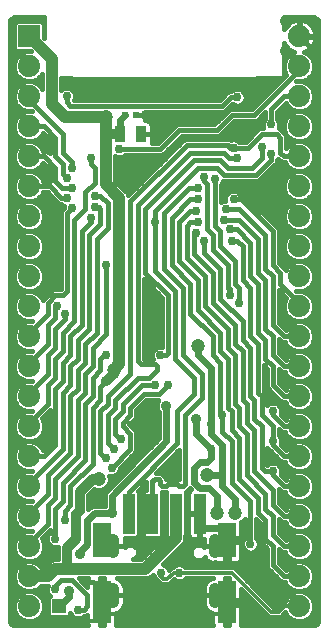
<source format=gbl>
G75*
%MOIN*%
%OFA0B0*%
%FSLAX25Y25*%
%IPPOS*%
%LPD*%
%AMOC8*
5,1,8,0,0,1.08239X$1,22.5*
%
%ADD10R,0.07400X0.07400*%
%ADD11C,0.07400*%
%ADD12C,0.04134*%
%ADD13R,0.03543X0.05512*%
%ADD14R,0.02441X0.02441*%
%ADD15R,0.03937X0.13386*%
%ADD16R,0.05906X0.14173*%
%ADD17R,0.05906X0.11811*%
%ADD18R,0.04724X0.04724*%
%ADD19C,0.02953*%
%ADD20C,0.01600*%
%ADD21C,0.02400*%
%ADD22C,0.04000*%
%ADD23C,0.01200*%
%ADD24C,0.01000*%
%ADD25C,0.04724*%
%ADD26C,0.03200*%
%ADD27C,0.03543*%
D10*
X0009300Y0200050D03*
D11*
X0009300Y0190050D03*
X0009300Y0180050D03*
X0009300Y0170050D03*
X0009300Y0160050D03*
X0009300Y0150050D03*
X0009300Y0140050D03*
X0009300Y0130050D03*
X0009300Y0120050D03*
X0009300Y0110050D03*
X0009300Y0100050D03*
X0009300Y0090050D03*
X0009300Y0080050D03*
X0009300Y0070050D03*
X0009300Y0060050D03*
X0009300Y0050050D03*
X0009300Y0040050D03*
X0009300Y0030050D03*
X0009300Y0020050D03*
X0009300Y0010050D03*
X0099300Y0010050D03*
X0099300Y0020050D03*
X0099300Y0030050D03*
X0099300Y0040050D03*
X0099300Y0050050D03*
X0099300Y0060050D03*
X0099300Y0070050D03*
X0099300Y0080050D03*
X0099300Y0090050D03*
X0099300Y0100050D03*
X0099300Y0110050D03*
X0099300Y0120050D03*
X0099300Y0130050D03*
X0099300Y0140050D03*
X0099300Y0150050D03*
X0099300Y0160050D03*
X0099300Y0170050D03*
X0099300Y0180050D03*
X0099300Y0190050D03*
X0099300Y0200050D03*
D12*
X0071308Y0032235D02*
X0071308Y0028101D01*
X0071308Y0015778D02*
X0071308Y0011644D01*
X0037292Y0011644D02*
X0037292Y0015778D01*
X0037292Y0028101D02*
X0037292Y0032235D01*
D13*
X0039507Y0167550D03*
X0046593Y0167550D03*
D14*
X0044822Y0173800D03*
X0041278Y0173800D03*
D15*
X0042489Y0040867D03*
X0050363Y0040867D03*
X0058237Y0040867D03*
X0066111Y0040867D03*
D16*
X0075166Y0011339D03*
X0033434Y0011339D03*
D17*
X0033434Y0032206D03*
X0075166Y0032206D03*
D18*
X0019300Y0010050D03*
D19*
X0018050Y0015675D03*
X0014300Y0015050D03*
X0014300Y0025050D03*
X0018050Y0032550D03*
X0021175Y0038800D03*
X0028675Y0018175D03*
X0025550Y0008800D03*
X0014300Y0005050D03*
X0037425Y0052550D03*
X0036800Y0056300D03*
X0034925Y0059425D03*
X0037425Y0062550D03*
X0039925Y0065675D03*
X0049300Y0076300D03*
X0051175Y0083800D03*
X0055550Y0083800D03*
X0053050Y0093800D03*
X0052425Y0097855D03*
X0050550Y0066300D03*
X0058050Y0058800D03*
X0069925Y0062550D03*
X0069925Y0070675D03*
X0073675Y0073800D03*
X0090550Y0075050D03*
X0094300Y0075050D03*
X0094300Y0065050D03*
X0090550Y0065050D03*
X0090550Y0055050D03*
X0094300Y0055050D03*
X0094300Y0045050D03*
X0094300Y0035050D03*
X0094300Y0025050D03*
X0094300Y0015050D03*
X0094300Y0005050D03*
X0083050Y0030778D03*
X0068050Y0007550D03*
X0064300Y0007550D03*
X0060550Y0007550D03*
X0060550Y0011300D03*
X0060550Y0015050D03*
X0056800Y0015050D03*
X0056800Y0011300D03*
X0056800Y0007550D03*
X0051800Y0007550D03*
X0051800Y0011300D03*
X0051800Y0015050D03*
X0048050Y0015050D03*
X0048050Y0011300D03*
X0048050Y0007550D03*
X0044300Y0007550D03*
X0040550Y0007550D03*
X0053316Y0021300D03*
X0059300Y0021300D03*
X0094300Y0085050D03*
X0094300Y0095050D03*
X0094300Y0105050D03*
X0094300Y0125050D03*
X0094300Y0135050D03*
X0094300Y0145050D03*
X0094300Y0155050D03*
X0089925Y0160675D03*
X0086800Y0163175D03*
X0089925Y0170675D03*
X0094300Y0175050D03*
X0094300Y0195050D03*
X0094300Y0205050D03*
X0078675Y0179725D03*
X0078050Y0169686D03*
X0077425Y0162993D03*
X0078675Y0159646D03*
X0077425Y0149425D03*
X0077425Y0145675D03*
X0074925Y0142550D03*
X0074300Y0138800D03*
X0076175Y0135675D03*
X0076800Y0131925D03*
X0067686Y0131925D03*
X0064925Y0134425D03*
X0065550Y0138175D03*
X0064925Y0141925D03*
X0065550Y0145675D03*
X0065550Y0149425D03*
X0067425Y0153175D03*
X0071175Y0152550D03*
X0070550Y0173800D03*
X0066800Y0173800D03*
X0063050Y0173800D03*
X0064300Y0180050D03*
X0068050Y0180050D03*
X0071800Y0180050D03*
X0060550Y0180050D03*
X0056800Y0180050D03*
X0055550Y0173800D03*
X0055550Y0170050D03*
X0059300Y0173800D03*
X0053050Y0180050D03*
X0049300Y0180050D03*
X0048050Y0173800D03*
X0051800Y0173800D03*
X0051800Y0170050D03*
X0045550Y0180050D03*
X0041800Y0180050D03*
X0038050Y0180050D03*
X0034300Y0180050D03*
X0030550Y0180050D03*
X0021800Y0180050D03*
X0014300Y0165050D03*
X0014300Y0155050D03*
X0014300Y0145050D03*
X0014300Y0135050D03*
X0014300Y0125050D03*
X0014300Y0115050D03*
X0018675Y0110050D03*
X0021175Y0107550D03*
X0034925Y0093800D03*
X0034925Y0123800D03*
X0029925Y0139568D03*
X0031175Y0143175D03*
X0031175Y0146925D03*
X0029925Y0159646D03*
X0023675Y0156300D03*
X0021800Y0152954D03*
X0023675Y0149607D03*
X0021800Y0146261D03*
X0023675Y0142914D03*
X0039300Y0152550D03*
X0039300Y0157550D03*
X0039300Y0162550D03*
X0051175Y0138175D03*
X0076175Y0113800D03*
X0079300Y0111300D03*
X0014300Y0065050D03*
D20*
X0003038Y0004712D02*
X0003376Y0004126D01*
X0003962Y0003788D01*
X0004300Y0003744D01*
X0028754Y0003744D01*
X0028681Y0004016D01*
X0028681Y0007298D01*
X0028233Y0006850D01*
X0027526Y0006850D01*
X0027123Y0006446D01*
X0026102Y0006024D01*
X0024998Y0006024D01*
X0023977Y0006446D01*
X0023196Y0007227D01*
X0022962Y0007792D01*
X0022962Y0007149D01*
X0022201Y0006388D01*
X0016399Y0006388D01*
X0015638Y0007149D01*
X0015638Y0012951D01*
X0016243Y0013556D01*
X0015696Y0014102D01*
X0015274Y0015123D01*
X0015274Y0016227D01*
X0015552Y0016900D01*
X0013221Y0016900D01*
X0012132Y0015811D01*
X0010295Y0015050D01*
X0008305Y0015050D01*
X0006468Y0014289D01*
X0005061Y0012882D01*
X0004300Y0011045D01*
X0004300Y0009055D01*
X0005061Y0007218D01*
X0006468Y0005811D01*
X0008305Y0005050D01*
X0010295Y0005050D01*
X0012132Y0005811D01*
X0013539Y0007218D01*
X0014300Y0009055D01*
X0014300Y0011045D01*
X0013539Y0012882D01*
X0012132Y0014289D01*
X0010295Y0015050D01*
X0008305Y0015050D01*
X0006468Y0015811D01*
X0005061Y0017218D01*
X0004300Y0019055D01*
X0004300Y0021045D01*
X0005061Y0022882D01*
X0006468Y0024289D01*
X0008305Y0025050D01*
X0010295Y0025050D01*
X0012132Y0025811D01*
X0013539Y0027218D01*
X0014300Y0029055D01*
X0014300Y0031045D01*
X0013568Y0032811D01*
X0016100Y0035342D01*
X0016100Y0034526D01*
X0015696Y0034123D01*
X0015274Y0033102D01*
X0015274Y0031998D01*
X0015696Y0030977D01*
X0016477Y0030196D01*
X0017498Y0029774D01*
X0018602Y0029774D01*
X0019050Y0029959D01*
X0019050Y0025700D01*
X0017423Y0025700D01*
X0016266Y0025220D01*
X0015380Y0024334D01*
X0014245Y0023200D01*
X0013221Y0023200D01*
X0012132Y0024289D01*
X0010295Y0025050D01*
X0008305Y0025050D01*
X0006468Y0025811D01*
X0005061Y0027218D01*
X0004300Y0029055D01*
X0004300Y0031045D01*
X0005061Y0032882D01*
X0006468Y0034289D01*
X0008305Y0035050D01*
X0010292Y0035050D01*
X0010292Y0035050D01*
X0008305Y0035050D01*
X0006468Y0035811D01*
X0005061Y0037218D01*
X0004300Y0039055D01*
X0004300Y0041045D01*
X0005061Y0042882D01*
X0006468Y0044289D01*
X0008305Y0045050D01*
X0010292Y0045050D01*
X0010292Y0045050D01*
X0008305Y0045050D01*
X0006468Y0045811D01*
X0005061Y0047218D01*
X0004300Y0049055D01*
X0004300Y0051045D01*
X0005061Y0052882D01*
X0006468Y0054289D01*
X0008305Y0055050D01*
X0010292Y0055050D01*
X0010292Y0055050D01*
X0008305Y0055050D01*
X0006468Y0055811D01*
X0005061Y0057218D01*
X0004300Y0059055D01*
X0004300Y0061045D01*
X0005061Y0062882D01*
X0006468Y0064289D01*
X0008305Y0065050D01*
X0010295Y0065050D01*
X0012132Y0064289D01*
X0013539Y0062882D01*
X0013784Y0062291D01*
X0016100Y0064608D01*
X0016100Y0075342D01*
X0013568Y0072811D01*
X0014300Y0071045D01*
X0014300Y0069055D01*
X0013539Y0067218D01*
X0012132Y0065811D01*
X0010295Y0065050D01*
X0008305Y0065050D01*
X0006468Y0065811D01*
X0005061Y0067218D01*
X0004300Y0069055D01*
X0004300Y0071045D01*
X0005061Y0072882D01*
X0006468Y0074289D01*
X0008305Y0075050D01*
X0010292Y0075050D01*
X0010292Y0075050D01*
X0008305Y0075050D01*
X0006468Y0075811D01*
X0005061Y0077218D01*
X0004300Y0079055D01*
X0004300Y0081045D01*
X0005061Y0082882D01*
X0006468Y0084289D01*
X0008305Y0085050D01*
X0010292Y0085050D01*
X0010292Y0085050D01*
X0008305Y0085050D01*
X0006468Y0085811D01*
X0005061Y0087218D01*
X0004300Y0089055D01*
X0004300Y0091045D01*
X0005061Y0092882D01*
X0006468Y0094289D01*
X0008305Y0095050D01*
X0010292Y0095050D01*
X0010292Y0095050D01*
X0008305Y0095050D01*
X0006468Y0095811D01*
X0005061Y0097218D01*
X0004300Y0099055D01*
X0004300Y0101045D01*
X0005061Y0102882D01*
X0006468Y0104289D01*
X0008305Y0105050D01*
X0010292Y0105050D01*
X0010292Y0105050D01*
X0008305Y0105050D01*
X0006468Y0105811D01*
X0005061Y0107218D01*
X0004300Y0109055D01*
X0004300Y0111045D01*
X0005061Y0112882D01*
X0006468Y0114289D01*
X0008305Y0115050D01*
X0010295Y0115050D01*
X0012132Y0115811D01*
X0013539Y0117218D01*
X0014300Y0119055D01*
X0014300Y0121045D01*
X0013539Y0122882D01*
X0012132Y0124289D01*
X0010295Y0125050D01*
X0012132Y0125811D01*
X0013539Y0127218D01*
X0014300Y0129055D01*
X0014300Y0131045D01*
X0013539Y0132882D01*
X0012132Y0134289D01*
X0010295Y0135050D01*
X0012132Y0135811D01*
X0013539Y0137218D01*
X0014300Y0139055D01*
X0014300Y0141045D01*
X0013539Y0142882D01*
X0012132Y0144289D01*
X0010295Y0145050D01*
X0008305Y0145050D01*
X0006468Y0144289D01*
X0005061Y0142882D01*
X0004300Y0141045D01*
X0004300Y0139055D01*
X0005061Y0137218D01*
X0006468Y0135811D01*
X0008305Y0135050D01*
X0010295Y0135050D01*
X0008305Y0135050D01*
X0006468Y0134289D01*
X0005061Y0132882D01*
X0004300Y0131045D01*
X0004300Y0129055D01*
X0005061Y0127218D01*
X0006468Y0125811D01*
X0008305Y0125050D01*
X0010295Y0125050D01*
X0008305Y0125050D01*
X0006468Y0124289D01*
X0005061Y0122882D01*
X0004300Y0121045D01*
X0004300Y0119055D01*
X0005061Y0117218D01*
X0006468Y0115811D01*
X0008305Y0115050D01*
X0010295Y0115050D01*
X0012132Y0114289D01*
X0013539Y0112882D01*
X0013784Y0112291D01*
X0016100Y0114608D01*
X0017242Y0115750D01*
X0019742Y0115750D01*
X0019850Y0115858D01*
X0019850Y0141847D01*
X0020899Y0142896D01*
X0020899Y0143466D01*
X0020956Y0143605D01*
X0020227Y0143907D01*
X0019824Y0144311D01*
X0019157Y0144311D01*
X0015367Y0148100D01*
X0013904Y0148100D01*
X0013539Y0147218D01*
X0012132Y0145811D01*
X0010295Y0145050D01*
X0008305Y0145050D01*
X0006468Y0145811D01*
X0005061Y0147218D01*
X0004300Y0149055D01*
X0004300Y0151045D01*
X0005061Y0152882D01*
X0006468Y0154289D01*
X0008305Y0155050D01*
X0010295Y0155050D01*
X0012132Y0154289D01*
X0013539Y0152882D01*
X0013904Y0152000D01*
X0016100Y0152000D01*
X0016100Y0155492D01*
X0013784Y0157809D01*
X0013539Y0157218D01*
X0012132Y0155811D01*
X0010295Y0155050D01*
X0008305Y0155050D01*
X0006468Y0155811D01*
X0005061Y0157218D01*
X0004300Y0159055D01*
X0004300Y0161045D01*
X0005061Y0162882D01*
X0006468Y0164289D01*
X0008305Y0165050D01*
X0010295Y0165050D01*
X0012132Y0164289D01*
X0013539Y0162882D01*
X0013904Y0162000D01*
X0015108Y0162000D01*
X0016100Y0161008D01*
X0016100Y0165492D01*
X0013784Y0167809D01*
X0013539Y0167218D01*
X0012132Y0165811D01*
X0010295Y0165050D01*
X0008305Y0165050D01*
X0006468Y0165811D01*
X0005061Y0167218D01*
X0004300Y0169055D01*
X0004300Y0171045D01*
X0005061Y0172882D01*
X0006468Y0174289D01*
X0008305Y0175050D01*
X0010292Y0175050D01*
X0010292Y0175050D01*
X0008305Y0175050D01*
X0006468Y0175811D01*
X0005061Y0177218D01*
X0004300Y0179055D01*
X0004300Y0181045D01*
X0005061Y0182882D01*
X0006468Y0184289D01*
X0008305Y0185050D01*
X0010295Y0185050D01*
X0012132Y0184289D01*
X0013539Y0182882D01*
X0013650Y0182614D01*
X0013650Y0187486D01*
X0013539Y0187218D01*
X0012132Y0185811D01*
X0010295Y0185050D01*
X0008305Y0185050D01*
X0006468Y0185811D01*
X0005061Y0187218D01*
X0004300Y0189055D01*
X0004300Y0191045D01*
X0005061Y0192882D01*
X0006468Y0194289D01*
X0008305Y0195050D01*
X0009845Y0195050D01*
X0009845Y0195050D01*
X0005062Y0195050D01*
X0004300Y0195812D01*
X0004300Y0204288D01*
X0005062Y0205050D01*
X0013538Y0205050D01*
X0014300Y0204288D01*
X0014300Y0199505D01*
X0014300Y0199505D01*
X0014300Y0206356D01*
X0004300Y0206356D01*
X0003962Y0206312D01*
X0003376Y0205974D01*
X0003038Y0205388D01*
X0002994Y0205050D01*
X0002994Y0005050D01*
X0003038Y0004712D01*
X0003363Y0004149D02*
X0028681Y0004149D01*
X0028681Y0005747D02*
X0011977Y0005747D01*
X0013592Y0007346D02*
X0015638Y0007346D01*
X0015638Y0008944D02*
X0014254Y0008944D01*
X0014300Y0010543D02*
X0015638Y0010543D01*
X0015638Y0012141D02*
X0013846Y0012141D01*
X0012681Y0013740D02*
X0016059Y0013740D01*
X0015274Y0015338D02*
X0010990Y0015338D01*
X0007610Y0015338D02*
X0002994Y0015338D01*
X0002994Y0013740D02*
X0005919Y0013740D01*
X0004754Y0012141D02*
X0002994Y0012141D01*
X0002994Y0010543D02*
X0004300Y0010543D01*
X0004346Y0008944D02*
X0002994Y0008944D01*
X0002994Y0007346D02*
X0005008Y0007346D01*
X0006623Y0005747D02*
X0002994Y0005747D01*
X0002994Y0016937D02*
X0005342Y0016937D01*
X0004516Y0018535D02*
X0002994Y0018535D01*
X0002994Y0020134D02*
X0004300Y0020134D01*
X0004585Y0021732D02*
X0002994Y0021732D01*
X0002994Y0023331D02*
X0005510Y0023331D01*
X0005751Y0026528D02*
X0002994Y0026528D01*
X0002994Y0028126D02*
X0004685Y0028126D01*
X0004300Y0029725D02*
X0002994Y0029725D01*
X0002994Y0031323D02*
X0004415Y0031323D01*
X0005101Y0032922D02*
X0002994Y0032922D01*
X0002994Y0034520D02*
X0007026Y0034520D01*
X0006160Y0036119D02*
X0002994Y0036119D01*
X0002994Y0037717D02*
X0004854Y0037717D01*
X0004300Y0039316D02*
X0002994Y0039316D01*
X0002994Y0040914D02*
X0004300Y0040914D01*
X0004908Y0042513D02*
X0002994Y0042513D01*
X0002994Y0044111D02*
X0006290Y0044111D01*
X0006713Y0045710D02*
X0002994Y0045710D01*
X0002994Y0047308D02*
X0005024Y0047308D01*
X0004362Y0048907D02*
X0002994Y0048907D01*
X0002994Y0050505D02*
X0004300Y0050505D01*
X0004739Y0052104D02*
X0002994Y0052104D01*
X0002994Y0053702D02*
X0005881Y0053702D01*
X0007700Y0055301D02*
X0002994Y0055301D01*
X0002994Y0056899D02*
X0005380Y0056899D01*
X0004531Y0058498D02*
X0002994Y0058498D01*
X0002994Y0060096D02*
X0004300Y0060096D01*
X0004569Y0061695D02*
X0002994Y0061695D01*
X0002994Y0063293D02*
X0005472Y0063293D01*
X0005788Y0066490D02*
X0002994Y0066490D01*
X0002994Y0064892D02*
X0007924Y0064892D01*
X0010676Y0064892D02*
X0016100Y0064892D01*
X0016100Y0066490D02*
X0012812Y0066490D01*
X0013900Y0068089D02*
X0016100Y0068089D01*
X0016100Y0069687D02*
X0014300Y0069687D01*
X0014200Y0071286D02*
X0016100Y0071286D01*
X0016100Y0072884D02*
X0013642Y0072884D01*
X0015241Y0074483D02*
X0016100Y0074483D01*
X0015550Y0077550D02*
X0009300Y0071300D01*
X0009300Y0070050D01*
X0006937Y0074483D02*
X0002994Y0074483D01*
X0002994Y0072884D02*
X0005063Y0072884D01*
X0004400Y0071286D02*
X0002994Y0071286D01*
X0002994Y0069687D02*
X0004300Y0069687D01*
X0004700Y0068089D02*
X0002994Y0068089D01*
X0002994Y0076082D02*
X0006197Y0076082D01*
X0004870Y0077680D02*
X0002994Y0077680D01*
X0002994Y0079279D02*
X0004300Y0079279D01*
X0004300Y0080877D02*
X0002994Y0080877D01*
X0002994Y0082476D02*
X0004893Y0082476D01*
X0006253Y0084074D02*
X0002994Y0084074D01*
X0002994Y0085673D02*
X0006802Y0085673D01*
X0005039Y0087271D02*
X0002994Y0087271D01*
X0002994Y0088870D02*
X0004377Y0088870D01*
X0004300Y0090468D02*
X0002994Y0090468D01*
X0002994Y0092067D02*
X0004723Y0092067D01*
X0005844Y0093665D02*
X0002994Y0093665D01*
X0002994Y0095264D02*
X0007790Y0095264D01*
X0009300Y0091300D02*
X0009300Y0090050D01*
X0009300Y0091300D02*
X0015550Y0097550D01*
X0015550Y0103800D01*
X0018050Y0106300D01*
X0018050Y0109425D01*
X0018675Y0110050D01*
X0015550Y0111300D02*
X0018050Y0113800D01*
X0020550Y0113800D01*
X0021800Y0115050D01*
X0021800Y0141039D01*
X0023675Y0142914D01*
X0021800Y0146261D02*
X0019964Y0146261D01*
X0016175Y0150050D01*
X0009300Y0150050D01*
X0006757Y0154409D02*
X0002994Y0154409D01*
X0002994Y0156007D02*
X0006272Y0156007D01*
X0004901Y0157606D02*
X0002994Y0157606D01*
X0002994Y0159204D02*
X0004300Y0159204D01*
X0004300Y0160803D02*
X0002994Y0160803D01*
X0002994Y0162401D02*
X0004862Y0162401D01*
X0006179Y0164000D02*
X0002994Y0164000D01*
X0002994Y0165598D02*
X0006982Y0165598D01*
X0005082Y0167197D02*
X0002994Y0167197D01*
X0002994Y0168795D02*
X0004408Y0168795D01*
X0004300Y0170394D02*
X0002994Y0170394D01*
X0002994Y0171992D02*
X0004693Y0171992D01*
X0005770Y0173591D02*
X0002994Y0173591D01*
X0002994Y0175189D02*
X0007969Y0175189D01*
X0005491Y0176788D02*
X0002994Y0176788D01*
X0002994Y0178386D02*
X0004577Y0178386D01*
X0004300Y0179985D02*
X0002994Y0179985D01*
X0002994Y0181583D02*
X0004523Y0181583D01*
X0005361Y0183182D02*
X0002994Y0183182D01*
X0002994Y0184780D02*
X0007654Y0184780D01*
X0005900Y0186379D02*
X0002994Y0186379D01*
X0002994Y0187977D02*
X0004747Y0187977D01*
X0004300Y0189576D02*
X0002994Y0189576D01*
X0002994Y0191174D02*
X0004354Y0191174D01*
X0005016Y0192773D02*
X0002994Y0192773D01*
X0002994Y0194371D02*
X0006667Y0194371D01*
X0004300Y0195970D02*
X0002994Y0195970D01*
X0002994Y0197568D02*
X0004300Y0197568D01*
X0004300Y0199167D02*
X0002994Y0199167D01*
X0002994Y0200765D02*
X0004300Y0200765D01*
X0004300Y0202364D02*
X0002994Y0202364D01*
X0002994Y0203962D02*
X0004300Y0203962D01*
X0003138Y0205561D02*
X0014300Y0205561D01*
X0013650Y0186379D02*
X0012700Y0186379D01*
X0013650Y0184780D02*
X0010946Y0184780D01*
X0013239Y0183182D02*
X0013650Y0183182D01*
X0009300Y0180050D02*
X0009300Y0178800D01*
X0020550Y0167550D01*
X0020550Y0161300D01*
X0023675Y0158175D01*
X0023675Y0156300D01*
X0020550Y0154204D02*
X0021800Y0152954D01*
X0020368Y0149607D02*
X0023675Y0149607D01*
X0020368Y0149607D02*
X0018050Y0151925D01*
X0018050Y0156300D01*
X0014300Y0160050D01*
X0009300Y0160050D01*
X0011618Y0165598D02*
X0015994Y0165598D01*
X0016100Y0164000D02*
X0012421Y0164000D01*
X0013738Y0162401D02*
X0016100Y0162401D01*
X0018050Y0160050D02*
X0018050Y0166300D01*
X0014300Y0170050D01*
X0009300Y0170050D01*
X0013518Y0167197D02*
X0014396Y0167197D01*
X0018050Y0160050D02*
X0020550Y0157550D01*
X0020550Y0154204D01*
X0016100Y0154409D02*
X0011843Y0154409D01*
X0012328Y0156007D02*
X0015585Y0156007D01*
X0013987Y0157606D02*
X0013699Y0157606D01*
X0013569Y0152810D02*
X0016100Y0152810D01*
X0015453Y0148015D02*
X0013869Y0148015D01*
X0012737Y0146416D02*
X0017051Y0146416D01*
X0018650Y0144818D02*
X0010856Y0144818D01*
X0007744Y0144818D02*
X0002994Y0144818D01*
X0002994Y0146416D02*
X0005863Y0146416D01*
X0004731Y0148015D02*
X0002994Y0148015D01*
X0002994Y0149613D02*
X0004300Y0149613D01*
X0004369Y0151212D02*
X0002994Y0151212D01*
X0002994Y0152810D02*
X0005031Y0152810D01*
X0005398Y0143219D02*
X0002994Y0143219D01*
X0002994Y0141620D02*
X0004539Y0141620D01*
X0004300Y0140022D02*
X0002994Y0140022D01*
X0002994Y0138423D02*
X0004562Y0138423D01*
X0005454Y0136825D02*
X0002994Y0136825D01*
X0002994Y0135226D02*
X0007879Y0135226D01*
X0005807Y0133628D02*
X0002994Y0133628D01*
X0002994Y0132029D02*
X0004708Y0132029D01*
X0004300Y0130431D02*
X0002994Y0130431D01*
X0002994Y0128832D02*
X0004392Y0128832D01*
X0005055Y0127234D02*
X0002994Y0127234D01*
X0002994Y0125635D02*
X0006892Y0125635D01*
X0006216Y0124037D02*
X0002994Y0124037D01*
X0002994Y0122438D02*
X0004877Y0122438D01*
X0004300Y0120840D02*
X0002994Y0120840D01*
X0002994Y0119241D02*
X0004300Y0119241D01*
X0004885Y0117643D02*
X0002994Y0117643D01*
X0002994Y0116044D02*
X0006235Y0116044D01*
X0006847Y0114446D02*
X0002994Y0114446D01*
X0002994Y0112847D02*
X0005047Y0112847D01*
X0004385Y0111249D02*
X0002994Y0111249D01*
X0002994Y0109650D02*
X0004300Y0109650D01*
X0004716Y0108052D02*
X0002994Y0108052D01*
X0002994Y0106453D02*
X0005826Y0106453D01*
X0005435Y0103256D02*
X0002994Y0103256D01*
X0002994Y0101658D02*
X0004554Y0101658D01*
X0004300Y0100059D02*
X0002994Y0100059D01*
X0002994Y0098461D02*
X0004546Y0098461D01*
X0005417Y0096862D02*
X0002994Y0096862D01*
X0002994Y0104855D02*
X0007834Y0104855D01*
X0009300Y0101300D02*
X0009300Y0100050D01*
X0009300Y0101300D02*
X0015550Y0107550D01*
X0015550Y0111300D01*
X0014340Y0112847D02*
X0013553Y0112847D01*
X0011753Y0114446D02*
X0015938Y0114446D01*
X0013715Y0117643D02*
X0019850Y0117643D01*
X0019850Y0119241D02*
X0014300Y0119241D01*
X0014300Y0120840D02*
X0019850Y0120840D01*
X0019850Y0122438D02*
X0013723Y0122438D01*
X0012384Y0124037D02*
X0019850Y0124037D01*
X0019850Y0125635D02*
X0011708Y0125635D01*
X0013545Y0127234D02*
X0019850Y0127234D01*
X0019850Y0128832D02*
X0014208Y0128832D01*
X0014300Y0130431D02*
X0019850Y0130431D01*
X0019850Y0132029D02*
X0013892Y0132029D01*
X0012793Y0133628D02*
X0019850Y0133628D01*
X0019850Y0135226D02*
X0010721Y0135226D01*
X0013146Y0136825D02*
X0019850Y0136825D01*
X0019850Y0138423D02*
X0014038Y0138423D01*
X0014300Y0140022D02*
X0019850Y0140022D01*
X0019850Y0141620D02*
X0014061Y0141620D01*
X0013202Y0143219D02*
X0020899Y0143219D01*
X0024300Y0138800D02*
X0028050Y0142550D01*
X0028050Y0148175D01*
X0031175Y0151300D01*
X0031175Y0156300D01*
X0029925Y0157550D01*
X0029925Y0159646D01*
X0031175Y0146925D02*
X0033050Y0146925D01*
X0035550Y0144425D01*
X0035550Y0136300D01*
X0031800Y0132550D01*
X0031800Y0101300D01*
X0028050Y0097550D01*
X0028050Y0091300D01*
X0025550Y0088800D01*
X0025550Y0082550D01*
X0023050Y0080050D01*
X0023050Y0061300D01*
X0015550Y0053800D01*
X0015550Y0047550D01*
X0009300Y0041300D01*
X0009300Y0040050D01*
X0013679Y0032922D02*
X0015274Y0032922D01*
X0015278Y0034520D02*
X0016094Y0034520D01*
X0015550Y0037550D02*
X0015550Y0043800D01*
X0018050Y0046300D01*
X0018050Y0052550D01*
X0025550Y0060050D01*
X0025550Y0078800D01*
X0028050Y0081300D01*
X0028050Y0087550D01*
X0030550Y0090050D01*
X0030550Y0096300D01*
X0034925Y0100675D01*
X0034925Y0123800D01*
X0029300Y0133800D02*
X0033050Y0137550D01*
X0033050Y0142550D01*
X0032425Y0143175D01*
X0031175Y0143175D01*
X0029925Y0139568D02*
X0029925Y0138175D01*
X0026800Y0135050D01*
X0026800Y0103800D01*
X0023050Y0100050D01*
X0023050Y0093800D01*
X0020550Y0091300D01*
X0020550Y0085050D01*
X0018050Y0082550D01*
X0018050Y0063800D01*
X0014300Y0060050D01*
X0009300Y0060050D01*
X0013128Y0063293D02*
X0014786Y0063293D01*
X0020550Y0062550D02*
X0009300Y0051300D01*
X0009300Y0050050D01*
X0015550Y0037550D02*
X0009300Y0031300D01*
X0009300Y0030050D01*
X0012849Y0026528D02*
X0019050Y0026528D01*
X0019050Y0028126D02*
X0013915Y0028126D01*
X0014300Y0029725D02*
X0019050Y0029725D01*
X0018050Y0032550D02*
X0018050Y0042550D01*
X0020550Y0045050D01*
X0020550Y0051300D01*
X0028050Y0058800D01*
X0028050Y0077550D01*
X0030550Y0080050D01*
X0030550Y0086300D01*
X0033050Y0088800D01*
X0033050Y0092550D01*
X0034300Y0093800D01*
X0034925Y0093800D01*
X0037425Y0088800D02*
X0037425Y0087550D01*
X0034925Y0085050D02*
X0033050Y0083175D01*
X0033050Y0078800D01*
X0030550Y0076300D01*
X0030550Y0057550D01*
X0023050Y0050050D01*
X0023050Y0043800D01*
X0021175Y0041925D01*
X0021175Y0038800D01*
X0015553Y0031323D02*
X0014185Y0031323D01*
X0015974Y0024929D02*
X0010586Y0024929D01*
X0008014Y0024929D02*
X0002994Y0024929D01*
X0013090Y0023331D02*
X0014376Y0023331D01*
X0019925Y0018800D02*
X0018050Y0016925D01*
X0018050Y0015675D01*
X0019925Y0018800D02*
X0023675Y0018800D01*
X0028050Y0014425D01*
X0028675Y0013800D01*
X0028675Y0010050D01*
X0027425Y0008800D01*
X0025550Y0008800D01*
X0023147Y0007346D02*
X0022962Y0007346D01*
X0028681Y0016552D02*
X0028681Y0018663D01*
X0028804Y0019121D01*
X0028965Y0019400D01*
X0025833Y0019400D01*
X0028681Y0016552D01*
X0028681Y0016937D02*
X0028296Y0016937D01*
X0028675Y0018175D02*
X0030550Y0018175D01*
X0033040Y0015685D01*
X0033040Y0013711D01*
X0032757Y0013740D02*
X0033425Y0013740D01*
X0033425Y0013711D02*
X0034110Y0013711D01*
X0033425Y0013711D01*
X0033425Y0012016D01*
X0032757Y0012016D01*
X0032757Y0019400D01*
X0034110Y0019400D01*
X0034110Y0017977D01*
X0033865Y0017610D01*
X0033574Y0016906D01*
X0033425Y0016159D01*
X0033425Y0013711D01*
X0034110Y0013711D02*
X0034110Y0013711D01*
X0033425Y0012141D02*
X0032757Y0012141D01*
X0032757Y0010663D02*
X0033545Y0010663D01*
X0033574Y0010517D01*
X0033865Y0009813D01*
X0034110Y0009446D01*
X0034110Y0003744D01*
X0032757Y0003744D01*
X0032757Y0010663D01*
X0032757Y0010543D02*
X0033569Y0010543D01*
X0034110Y0008944D02*
X0032757Y0008944D01*
X0032757Y0007346D02*
X0034110Y0007346D01*
X0034110Y0005747D02*
X0032757Y0005747D01*
X0032757Y0004149D02*
X0034110Y0004149D01*
X0038114Y0003744D02*
X0038187Y0004016D01*
X0038187Y0007880D01*
X0038420Y0007926D01*
X0039124Y0008218D01*
X0039757Y0008641D01*
X0040296Y0009179D01*
X0040719Y0009813D01*
X0041010Y0010517D01*
X0041159Y0011264D01*
X0041159Y0013711D01*
X0038187Y0013711D01*
X0038187Y0013711D01*
X0041159Y0013711D01*
X0041159Y0016159D01*
X0041010Y0016906D01*
X0040719Y0017610D01*
X0040296Y0018243D01*
X0039757Y0018782D01*
X0039124Y0019205D01*
X0038653Y0019400D01*
X0048677Y0019400D01*
X0049834Y0019880D01*
X0050587Y0020632D01*
X0050962Y0019727D01*
X0051566Y0019124D01*
X0051566Y0019059D01*
X0052237Y0018388D01*
X0053263Y0017363D01*
X0055962Y0017363D01*
X0057637Y0019037D01*
X0057727Y0018946D01*
X0058748Y0018524D01*
X0059852Y0018524D01*
X0060873Y0018946D01*
X0061476Y0019550D01*
X0070448Y0019550D01*
X0070180Y0019497D01*
X0069476Y0019205D01*
X0068843Y0018782D01*
X0068304Y0018243D01*
X0067881Y0017610D01*
X0067590Y0016906D01*
X0067441Y0016159D01*
X0067441Y0013711D01*
X0067441Y0011264D01*
X0067590Y0010517D01*
X0067881Y0009813D01*
X0068304Y0009179D01*
X0068843Y0008641D01*
X0069476Y0008218D01*
X0070180Y0007926D01*
X0070413Y0007880D01*
X0070413Y0004016D01*
X0070486Y0003744D01*
X0038114Y0003744D01*
X0038187Y0004149D02*
X0070413Y0004149D01*
X0070413Y0005747D02*
X0038187Y0005747D01*
X0038187Y0007346D02*
X0070413Y0007346D01*
X0068540Y0008944D02*
X0040060Y0008944D01*
X0041016Y0010543D02*
X0067584Y0010543D01*
X0067441Y0012141D02*
X0041159Y0012141D01*
X0041159Y0013740D02*
X0067441Y0013740D01*
X0067441Y0013711D02*
X0070413Y0013711D01*
X0067441Y0013711D01*
X0067441Y0015338D02*
X0041159Y0015338D01*
X0040998Y0016937D02*
X0067602Y0016937D01*
X0068596Y0018535D02*
X0059880Y0018535D01*
X0058720Y0018535D02*
X0057135Y0018535D01*
X0055919Y0022269D02*
X0055669Y0022873D01*
X0054888Y0023654D01*
X0053983Y0024029D01*
X0060021Y0030067D01*
X0060907Y0030953D01*
X0061387Y0032110D01*
X0061387Y0033517D01*
X0061505Y0033636D01*
X0061505Y0048098D01*
X0061431Y0048173D01*
X0062500Y0049242D01*
X0062767Y0049509D01*
X0063189Y0049088D01*
X0063037Y0049000D01*
X0062702Y0048665D01*
X0062465Y0048255D01*
X0062343Y0047797D01*
X0062343Y0041051D01*
X0065927Y0041051D01*
X0065927Y0040683D01*
X0062343Y0040683D01*
X0062343Y0033937D01*
X0062465Y0033479D01*
X0062702Y0033069D01*
X0063037Y0032734D01*
X0063448Y0032497D01*
X0063906Y0032374D01*
X0065927Y0032374D01*
X0065927Y0040683D01*
X0066295Y0040683D01*
X0066295Y0032374D01*
X0067441Y0032374D01*
X0067441Y0030168D01*
X0067441Y0029955D01*
X0067135Y0030262D01*
X0066189Y0030653D01*
X0065166Y0030653D01*
X0064221Y0030262D01*
X0063498Y0029538D01*
X0063106Y0028593D01*
X0063106Y0027570D01*
X0063498Y0026625D01*
X0064221Y0025901D01*
X0065166Y0025510D01*
X0066189Y0025510D01*
X0067135Y0025901D01*
X0067770Y0026537D01*
X0067881Y0026270D01*
X0068304Y0025636D01*
X0068843Y0025098D01*
X0069476Y0024674D01*
X0070180Y0024383D01*
X0070927Y0024234D01*
X0071308Y0024234D01*
X0071689Y0024234D01*
X0072436Y0024383D01*
X0072719Y0024500D01*
X0074490Y0024500D01*
X0074490Y0025903D01*
X0074735Y0026270D01*
X0075026Y0026973D01*
X0075175Y0027720D01*
X0075175Y0030168D01*
X0074490Y0030168D01*
X0074490Y0030168D01*
X0075175Y0030168D01*
X0075175Y0031529D01*
X0075843Y0031529D01*
X0075843Y0032882D01*
X0079919Y0032882D01*
X0079919Y0038110D01*
X0080124Y0038195D01*
X0081100Y0039171D01*
X0081100Y0032755D01*
X0080696Y0032351D01*
X0080274Y0031331D01*
X0080274Y0030226D01*
X0080696Y0029206D01*
X0081477Y0028425D01*
X0082498Y0028002D01*
X0083602Y0028002D01*
X0084623Y0028425D01*
X0085404Y0029206D01*
X0085826Y0030226D01*
X0085826Y0031331D01*
X0085404Y0032351D01*
X0085000Y0032755D01*
X0085000Y0039092D01*
X0086100Y0037992D01*
X0086100Y0031742D01*
X0088600Y0029242D01*
X0088600Y0022992D01*
X0092350Y0019242D01*
X0093492Y0018100D01*
X0094696Y0018100D01*
X0095061Y0017218D01*
X0096468Y0015811D01*
X0098305Y0015050D01*
X0100295Y0015050D01*
X0102132Y0015811D01*
X0103539Y0017218D01*
X0104300Y0019055D01*
X0104300Y0021045D01*
X0103539Y0022882D01*
X0102132Y0024289D01*
X0100295Y0025050D01*
X0102132Y0025811D01*
X0103539Y0027218D01*
X0104300Y0029055D01*
X0104300Y0031045D01*
X0103539Y0032882D01*
X0102132Y0034289D01*
X0100295Y0035050D01*
X0102132Y0035811D01*
X0103539Y0037218D01*
X0104300Y0039055D01*
X0104300Y0041045D01*
X0103539Y0042882D01*
X0102132Y0044289D01*
X0100295Y0045050D01*
X0102132Y0045811D01*
X0103539Y0047218D01*
X0104300Y0049055D01*
X0104300Y0051045D01*
X0103539Y0052882D01*
X0102132Y0054289D01*
X0100295Y0055050D01*
X0102132Y0055811D01*
X0103539Y0057218D01*
X0104300Y0059055D01*
X0104300Y0061045D01*
X0103539Y0062882D01*
X0102132Y0064289D01*
X0100295Y0065050D01*
X0102132Y0065811D01*
X0103539Y0067218D01*
X0104300Y0069055D01*
X0104300Y0071045D01*
X0103539Y0072882D01*
X0102132Y0074289D01*
X0100295Y0075050D01*
X0102132Y0075811D01*
X0103539Y0077218D01*
X0104300Y0079055D01*
X0104300Y0081045D01*
X0103539Y0082882D01*
X0102132Y0084289D01*
X0100295Y0085050D01*
X0102132Y0085811D01*
X0103539Y0087218D01*
X0104300Y0089055D01*
X0104300Y0091045D01*
X0103539Y0092882D01*
X0102132Y0094289D01*
X0100295Y0095050D01*
X0102132Y0095811D01*
X0103539Y0097218D01*
X0104300Y0099055D01*
X0104300Y0101045D01*
X0103539Y0102882D01*
X0102132Y0104289D01*
X0100295Y0105050D01*
X0102132Y0105811D01*
X0103539Y0107218D01*
X0104300Y0109055D01*
X0104300Y0111045D01*
X0103539Y0112882D01*
X0102132Y0114289D01*
X0100295Y0115050D01*
X0102132Y0115811D01*
X0103539Y0117218D01*
X0104300Y0119055D01*
X0104300Y0121045D01*
X0103539Y0122882D01*
X0102132Y0124289D01*
X0100295Y0125050D01*
X0102132Y0125811D01*
X0103539Y0127218D01*
X0104300Y0129055D01*
X0104300Y0131045D01*
X0103539Y0132882D01*
X0102132Y0134289D01*
X0100295Y0135050D01*
X0102132Y0135811D01*
X0103539Y0137218D01*
X0104300Y0139055D01*
X0104300Y0141045D01*
X0103539Y0142882D01*
X0102132Y0144289D01*
X0100295Y0145050D01*
X0102132Y0145811D01*
X0103539Y0147218D01*
X0104300Y0149055D01*
X0104300Y0151045D01*
X0103539Y0152882D01*
X0102132Y0154289D01*
X0100295Y0155050D01*
X0098305Y0155050D01*
X0096468Y0154289D01*
X0095061Y0152882D01*
X0094300Y0151045D01*
X0094300Y0149055D01*
X0095061Y0147218D01*
X0096468Y0145811D01*
X0098305Y0145050D01*
X0100295Y0145050D01*
X0098305Y0145050D01*
X0096468Y0144289D01*
X0095061Y0142882D01*
X0094300Y0141045D01*
X0094300Y0139055D01*
X0095061Y0137218D01*
X0096468Y0135811D01*
X0098305Y0135050D01*
X0100295Y0135050D01*
X0098305Y0135050D01*
X0096468Y0134289D01*
X0095061Y0132882D01*
X0094300Y0131045D01*
X0094300Y0129055D01*
X0095061Y0127218D01*
X0096468Y0125811D01*
X0098305Y0125050D01*
X0100295Y0125050D01*
X0098305Y0125050D01*
X0096468Y0124289D01*
X0095061Y0122882D01*
X0094816Y0122291D01*
X0092500Y0124608D01*
X0092500Y0135858D01*
X0080733Y0147625D01*
X0079401Y0147625D01*
X0078998Y0148029D01*
X0077977Y0148451D01*
X0076873Y0148451D01*
X0075852Y0148029D01*
X0075071Y0147248D01*
X0074649Y0146227D01*
X0074649Y0145326D01*
X0074373Y0145326D01*
X0073352Y0144904D01*
X0073125Y0144676D01*
X0073125Y0150574D01*
X0073529Y0150977D01*
X0073890Y0151850D01*
X0085733Y0151850D01*
X0090733Y0156850D01*
X0091875Y0157992D01*
X0091875Y0158699D01*
X0092279Y0159102D01*
X0092341Y0159252D01*
X0092350Y0159242D01*
X0093492Y0158100D01*
X0094696Y0158100D01*
X0095061Y0157218D01*
X0096468Y0155811D01*
X0098305Y0155050D01*
X0100295Y0155050D01*
X0102132Y0155811D01*
X0103539Y0157218D01*
X0104300Y0159055D01*
X0104300Y0161045D01*
X0103539Y0162882D01*
X0102132Y0164289D01*
X0100295Y0165050D01*
X0102132Y0165811D01*
X0103539Y0167218D01*
X0104300Y0169055D01*
X0104300Y0171045D01*
X0103539Y0172882D01*
X0102132Y0174289D01*
X0100295Y0175050D01*
X0098305Y0175050D01*
X0096468Y0174289D01*
X0095061Y0172882D01*
X0094300Y0171045D01*
X0094300Y0169055D01*
X0095061Y0167218D01*
X0096468Y0165811D01*
X0098305Y0165050D01*
X0100295Y0165050D01*
X0098305Y0165050D01*
X0096468Y0164289D01*
X0095061Y0162882D01*
X0095000Y0162734D01*
X0095000Y0167108D01*
X0093858Y0168250D01*
X0092608Y0169500D01*
X0092443Y0169500D01*
X0092701Y0170123D01*
X0092701Y0171227D01*
X0092279Y0172248D01*
X0091875Y0172651D01*
X0091875Y0174867D01*
X0094816Y0177809D01*
X0095061Y0177218D01*
X0096468Y0175811D01*
X0098305Y0175050D01*
X0100295Y0175050D01*
X0102132Y0175811D01*
X0103539Y0177218D01*
X0104300Y0179055D01*
X0104300Y0181045D01*
X0103539Y0182882D01*
X0102132Y0184289D01*
X0100295Y0185050D01*
X0102132Y0185811D01*
X0103539Y0187218D01*
X0104300Y0189055D01*
X0104300Y0191045D01*
X0103539Y0192882D01*
X0102132Y0194289D01*
X0100917Y0194792D01*
X0101411Y0194953D01*
X0102183Y0195346D01*
X0102883Y0195855D01*
X0103495Y0196467D01*
X0104004Y0197167D01*
X0104397Y0197939D01*
X0104665Y0198762D01*
X0104800Y0199617D01*
X0104800Y0199850D01*
X0099500Y0199850D01*
X0099500Y0200250D01*
X0099100Y0200250D01*
X0099100Y0205550D01*
X0098867Y0205550D01*
X0098012Y0205415D01*
X0097189Y0205147D01*
X0096417Y0204754D01*
X0095717Y0204245D01*
X0095105Y0203633D01*
X0094596Y0202933D01*
X0094300Y0202352D01*
X0094300Y0206356D01*
X0104300Y0206356D01*
X0104638Y0206312D01*
X0105224Y0205974D01*
X0105562Y0205388D01*
X0105606Y0205050D01*
X0105606Y0005050D01*
X0105562Y0004712D01*
X0105224Y0004126D01*
X0104638Y0003788D01*
X0104300Y0003744D01*
X0079846Y0003744D01*
X0079919Y0004016D01*
X0079919Y0010663D01*
X0075843Y0010663D01*
X0075843Y0012016D01*
X0079919Y0012016D01*
X0079919Y0015706D01*
X0089200Y0006425D01*
X0093150Y0006425D01*
X0094175Y0007450D01*
X0094175Y0007450D01*
X0094734Y0008009D01*
X0095061Y0007218D01*
X0096468Y0005811D01*
X0098305Y0005050D01*
X0100295Y0005050D01*
X0102132Y0005811D01*
X0103539Y0007218D01*
X0104300Y0009055D01*
X0104300Y0011045D01*
X0103539Y0012882D01*
X0102132Y0014289D01*
X0100295Y0015050D01*
X0098305Y0015050D01*
X0096468Y0014289D01*
X0095061Y0012882D01*
X0094613Y0011800D01*
X0093575Y0011800D01*
X0092550Y0010775D01*
X0092550Y0010775D01*
X0091700Y0009925D01*
X0090650Y0009925D01*
X0078550Y0022025D01*
X0077525Y0023050D01*
X0061476Y0023050D01*
X0060873Y0023654D01*
X0059852Y0024076D01*
X0058748Y0024076D01*
X0057727Y0023654D01*
X0057124Y0023050D01*
X0056700Y0023050D01*
X0055919Y0022269D01*
X0055211Y0023331D02*
X0057404Y0023331D01*
X0056482Y0026528D02*
X0063595Y0026528D01*
X0063106Y0028126D02*
X0058081Y0028126D01*
X0059679Y0029725D02*
X0063684Y0029725D01*
X0062849Y0032922D02*
X0061387Y0032922D01*
X0061505Y0034520D02*
X0062343Y0034520D01*
X0062343Y0036119D02*
X0061505Y0036119D01*
X0061505Y0037717D02*
X0062343Y0037717D01*
X0062343Y0039316D02*
X0061505Y0039316D01*
X0061505Y0040914D02*
X0065927Y0040914D01*
X0065927Y0039316D02*
X0066295Y0039316D01*
X0066295Y0037717D02*
X0065927Y0037717D01*
X0065927Y0036119D02*
X0066295Y0036119D01*
X0066295Y0034520D02*
X0065927Y0034520D01*
X0065927Y0032922D02*
X0066295Y0032922D01*
X0067441Y0031323D02*
X0061061Y0031323D01*
X0061196Y0023331D02*
X0088600Y0023331D01*
X0088600Y0024929D02*
X0079294Y0024929D01*
X0079224Y0024860D02*
X0079559Y0025195D01*
X0079796Y0025605D01*
X0079919Y0026063D01*
X0079919Y0031529D01*
X0075843Y0031529D01*
X0075843Y0024500D01*
X0078356Y0024500D01*
X0078814Y0024623D01*
X0079224Y0024860D01*
X0079919Y0026528D02*
X0088600Y0026528D01*
X0088600Y0028126D02*
X0083902Y0028126D01*
X0085619Y0029725D02*
X0088118Y0029725D01*
X0090550Y0030050D02*
X0088050Y0032550D01*
X0088050Y0038800D01*
X0085550Y0041300D01*
X0085550Y0046300D01*
X0079300Y0052550D01*
X0079300Y0066300D01*
X0076800Y0068800D01*
X0076800Y0075050D01*
X0075550Y0076300D01*
X0075550Y0092550D01*
X0073050Y0095050D01*
X0073050Y0101300D01*
X0065550Y0108800D01*
X0065550Y0118800D01*
X0059300Y0125050D01*
X0059300Y0138175D01*
X0063050Y0141925D01*
X0064925Y0141925D01*
X0065550Y0138175D02*
X0063050Y0138175D01*
X0061800Y0136925D01*
X0061800Y0126300D01*
X0068050Y0120050D01*
X0068050Y0110050D01*
X0075550Y0102550D01*
X0075550Y0096300D01*
X0078050Y0093800D01*
X0078050Y0077550D01*
X0079300Y0076300D01*
X0079300Y0070050D01*
X0081800Y0067550D01*
X0081800Y0053800D01*
X0088050Y0047550D01*
X0088050Y0042550D01*
X0090550Y0040050D01*
X0090550Y0033800D01*
X0094300Y0030050D01*
X0099300Y0030050D01*
X0097026Y0034520D02*
X0092587Y0034520D01*
X0092500Y0034608D02*
X0092500Y0039092D01*
X0093492Y0038100D01*
X0094696Y0038100D01*
X0095061Y0037218D01*
X0096468Y0035811D01*
X0098305Y0035050D01*
X0100295Y0035050D01*
X0098305Y0035050D01*
X0096468Y0034289D01*
X0095061Y0032882D01*
X0094816Y0032291D01*
X0092500Y0034608D01*
X0092500Y0036119D02*
X0096160Y0036119D01*
X0094854Y0037717D02*
X0092500Y0037717D01*
X0094300Y0040050D02*
X0099300Y0040050D01*
X0100295Y0045050D02*
X0098305Y0045050D01*
X0100295Y0045050D01*
X0101887Y0045710D02*
X0105606Y0045710D01*
X0105606Y0047308D02*
X0103576Y0047308D01*
X0104238Y0048907D02*
X0105606Y0048907D01*
X0105606Y0050505D02*
X0104300Y0050505D01*
X0103861Y0052104D02*
X0105606Y0052104D01*
X0105606Y0053702D02*
X0102719Y0053702D01*
X0100900Y0055301D02*
X0105606Y0055301D01*
X0105606Y0056899D02*
X0103220Y0056899D01*
X0104069Y0058498D02*
X0105606Y0058498D01*
X0105606Y0060096D02*
X0104300Y0060096D01*
X0104031Y0061695D02*
X0105606Y0061695D01*
X0105606Y0063293D02*
X0103128Y0063293D01*
X0102812Y0066490D02*
X0105606Y0066490D01*
X0105606Y0064892D02*
X0100676Y0064892D01*
X0100295Y0065050D02*
X0098305Y0065050D01*
X0096468Y0065811D01*
X0095061Y0067218D01*
X0094696Y0068100D01*
X0093492Y0068100D01*
X0092500Y0069092D01*
X0092500Y0067026D01*
X0092904Y0066623D01*
X0093326Y0065602D01*
X0093326Y0064498D01*
X0093117Y0063991D01*
X0094816Y0062291D01*
X0095061Y0062882D01*
X0096468Y0064289D01*
X0098305Y0065050D01*
X0100295Y0065050D01*
X0097924Y0064892D02*
X0093326Y0064892D01*
X0092958Y0066490D02*
X0095788Y0066490D01*
X0094700Y0068089D02*
X0092500Y0068089D01*
X0094300Y0070050D02*
X0099300Y0070050D01*
X0096937Y0074483D02*
X0093320Y0074483D01*
X0093326Y0074498D02*
X0093326Y0075602D01*
X0092904Y0076623D01*
X0092123Y0077404D01*
X0091102Y0077826D01*
X0089998Y0077826D01*
X0088977Y0077404D01*
X0088750Y0077176D01*
X0088750Y0080858D01*
X0087608Y0082000D01*
X0087500Y0082108D01*
X0087500Y0090342D01*
X0088600Y0089242D01*
X0088600Y0082992D01*
X0092350Y0079242D01*
X0093492Y0078100D01*
X0094696Y0078100D01*
X0095061Y0077218D01*
X0096468Y0075811D01*
X0098305Y0075050D01*
X0100295Y0075050D01*
X0098305Y0075050D01*
X0096468Y0074289D01*
X0095061Y0072882D01*
X0094816Y0072291D01*
X0093117Y0073991D01*
X0093326Y0074498D01*
X0093128Y0076082D02*
X0096197Y0076082D01*
X0094870Y0077680D02*
X0091456Y0077680D01*
X0092314Y0079279D02*
X0088750Y0079279D01*
X0088731Y0080877D02*
X0090715Y0080877D01*
X0089117Y0082476D02*
X0087500Y0082476D01*
X0087500Y0084074D02*
X0088600Y0084074D01*
X0088600Y0085673D02*
X0087500Y0085673D01*
X0087500Y0087271D02*
X0088600Y0087271D01*
X0088600Y0088870D02*
X0087500Y0088870D01*
X0090550Y0090050D02*
X0088050Y0092550D01*
X0088050Y0098800D01*
X0085550Y0101300D01*
X0085550Y0117550D01*
X0083050Y0120050D01*
X0083050Y0131300D01*
X0078675Y0135675D01*
X0076175Y0135675D01*
X0074300Y0138800D02*
X0079300Y0138800D01*
X0085550Y0132550D01*
X0085550Y0121300D01*
X0088050Y0118800D01*
X0088050Y0102550D01*
X0090550Y0100050D01*
X0090550Y0093800D01*
X0094300Y0090050D01*
X0099300Y0090050D01*
X0101798Y0085673D02*
X0105606Y0085673D01*
X0105606Y0087271D02*
X0103561Y0087271D01*
X0104223Y0088870D02*
X0105606Y0088870D01*
X0105606Y0090468D02*
X0104300Y0090468D01*
X0103877Y0092067D02*
X0105606Y0092067D01*
X0105606Y0093665D02*
X0102756Y0093665D01*
X0100810Y0095264D02*
X0105606Y0095264D01*
X0105606Y0096862D02*
X0103183Y0096862D01*
X0104054Y0098461D02*
X0105606Y0098461D01*
X0105606Y0100059D02*
X0104300Y0100059D01*
X0104046Y0101658D02*
X0105606Y0101658D01*
X0105606Y0103256D02*
X0103165Y0103256D01*
X0102774Y0106453D02*
X0105606Y0106453D01*
X0105606Y0104855D02*
X0100766Y0104855D01*
X0100295Y0105050D02*
X0098305Y0105050D01*
X0096468Y0105811D01*
X0095061Y0107218D01*
X0094300Y0109055D01*
X0094300Y0111045D01*
X0095032Y0112811D01*
X0092500Y0115342D01*
X0092500Y0104608D01*
X0094816Y0102291D01*
X0095061Y0102882D01*
X0096468Y0104289D01*
X0098305Y0105050D01*
X0100295Y0105050D01*
X0097834Y0104855D02*
X0092500Y0104855D01*
X0092500Y0106453D02*
X0095826Y0106453D01*
X0094716Y0108052D02*
X0092500Y0108052D01*
X0092500Y0109650D02*
X0094300Y0109650D01*
X0094385Y0111249D02*
X0092500Y0111249D01*
X0092500Y0112847D02*
X0094995Y0112847D01*
X0093396Y0114446D02*
X0092500Y0114446D01*
X0093050Y0117550D02*
X0093050Y0121300D01*
X0090550Y0123800D01*
X0090550Y0135050D01*
X0079925Y0145675D01*
X0077425Y0145675D01*
X0079012Y0148015D02*
X0094731Y0148015D01*
X0094300Y0149613D02*
X0073125Y0149613D01*
X0073125Y0148015D02*
X0075838Y0148015D01*
X0074727Y0146416D02*
X0073125Y0146416D01*
X0073125Y0144818D02*
X0073266Y0144818D01*
X0074925Y0142550D02*
X0079300Y0142550D01*
X0088050Y0133800D01*
X0088050Y0122550D01*
X0090550Y0120050D01*
X0090550Y0103800D01*
X0094300Y0100050D01*
X0099300Y0100050D01*
X0097790Y0095264D02*
X0092500Y0095264D01*
X0092500Y0094608D02*
X0092500Y0099092D01*
X0093492Y0098100D01*
X0094696Y0098100D01*
X0095061Y0097218D01*
X0096468Y0095811D01*
X0098305Y0095050D01*
X0100295Y0095050D01*
X0098305Y0095050D01*
X0096468Y0094289D01*
X0095061Y0092882D01*
X0094816Y0092291D01*
X0092500Y0094608D01*
X0093443Y0093665D02*
X0095844Y0093665D01*
X0095417Y0096862D02*
X0092500Y0096862D01*
X0092500Y0098461D02*
X0093132Y0098461D01*
X0093851Y0103256D02*
X0095435Y0103256D01*
X0099300Y0110050D02*
X0099300Y0111300D01*
X0093050Y0117550D01*
X0094669Y0122438D02*
X0094877Y0122438D01*
X0096216Y0124037D02*
X0093071Y0124037D01*
X0092500Y0125635D02*
X0096892Y0125635D01*
X0095055Y0127234D02*
X0092500Y0127234D01*
X0092500Y0128832D02*
X0094392Y0128832D01*
X0094300Y0130431D02*
X0092500Y0130431D01*
X0092500Y0132029D02*
X0094708Y0132029D01*
X0095807Y0133628D02*
X0092500Y0133628D01*
X0092500Y0135226D02*
X0097879Y0135226D01*
X0100721Y0135226D02*
X0105606Y0135226D01*
X0105606Y0133628D02*
X0102793Y0133628D01*
X0103892Y0132029D02*
X0105606Y0132029D01*
X0105606Y0130431D02*
X0104300Y0130431D01*
X0104208Y0128832D02*
X0105606Y0128832D01*
X0105606Y0127234D02*
X0103545Y0127234D01*
X0102384Y0124037D02*
X0105606Y0124037D01*
X0105606Y0125635D02*
X0101708Y0125635D01*
X0103723Y0122438D02*
X0105606Y0122438D01*
X0105606Y0120840D02*
X0104300Y0120840D01*
X0104300Y0119241D02*
X0105606Y0119241D01*
X0105606Y0117643D02*
X0103715Y0117643D01*
X0102365Y0116044D02*
X0105606Y0116044D01*
X0105606Y0114446D02*
X0101753Y0114446D01*
X0100295Y0115050D02*
X0098308Y0115050D01*
X0098308Y0115050D01*
X0100295Y0115050D01*
X0103553Y0112847D02*
X0105606Y0112847D01*
X0105606Y0111249D02*
X0104215Y0111249D01*
X0104300Y0109650D02*
X0105606Y0109650D01*
X0105606Y0108052D02*
X0103884Y0108052D01*
X0094696Y0088100D02*
X0093492Y0088100D01*
X0092500Y0089092D01*
X0092500Y0084608D01*
X0094816Y0082291D01*
X0095061Y0082882D01*
X0096468Y0084289D01*
X0098305Y0085050D01*
X0100295Y0085050D01*
X0098305Y0085050D01*
X0096468Y0085811D01*
X0095061Y0087218D01*
X0094696Y0088100D01*
X0095039Y0087271D02*
X0092500Y0087271D01*
X0092500Y0085673D02*
X0096802Y0085673D01*
X0096253Y0084074D02*
X0093034Y0084074D01*
X0094632Y0082476D02*
X0094893Y0082476D01*
X0094300Y0080050D02*
X0099300Y0080050D01*
X0102403Y0076082D02*
X0105606Y0076082D01*
X0105606Y0077680D02*
X0103730Y0077680D01*
X0104300Y0079279D02*
X0105606Y0079279D01*
X0105606Y0080877D02*
X0104300Y0080877D01*
X0103707Y0082476D02*
X0105606Y0082476D01*
X0105606Y0084074D02*
X0102347Y0084074D01*
X0101663Y0074483D02*
X0105606Y0074483D01*
X0105606Y0072884D02*
X0103537Y0072884D01*
X0104200Y0071286D02*
X0105606Y0071286D01*
X0105606Y0069687D02*
X0104300Y0069687D01*
X0103900Y0068089D02*
X0105606Y0068089D01*
X0099300Y0060050D02*
X0094300Y0060050D01*
X0090550Y0063800D01*
X0090550Y0065050D01*
X0090550Y0067550D01*
X0090550Y0065050D01*
X0089897Y0061695D02*
X0088750Y0061695D01*
X0088750Y0062842D02*
X0092350Y0059242D01*
X0093492Y0058100D01*
X0094696Y0058100D01*
X0095061Y0057218D01*
X0096468Y0055811D01*
X0098305Y0055050D01*
X0100295Y0055050D01*
X0098305Y0055050D01*
X0096468Y0054289D01*
X0095061Y0052882D01*
X0094816Y0052291D01*
X0093117Y0053991D01*
X0093326Y0054498D01*
X0093326Y0055602D01*
X0092904Y0056623D01*
X0092123Y0057404D01*
X0091102Y0057826D01*
X0089998Y0057826D01*
X0088977Y0057404D01*
X0088750Y0057176D01*
X0088750Y0062842D01*
X0088750Y0060096D02*
X0091496Y0060096D01*
X0093094Y0058498D02*
X0088750Y0058498D01*
X0086800Y0056300D02*
X0088050Y0055050D01*
X0090550Y0055050D01*
X0090550Y0053800D01*
X0094300Y0050050D01*
X0099300Y0050050D01*
X0096713Y0045710D02*
X0092500Y0045710D01*
X0092500Y0044608D02*
X0092500Y0049092D01*
X0093492Y0048100D01*
X0094696Y0048100D01*
X0095061Y0047218D01*
X0096468Y0045811D01*
X0098305Y0045050D01*
X0096468Y0044289D01*
X0095061Y0042882D01*
X0094816Y0042291D01*
X0092500Y0044608D01*
X0092996Y0044111D02*
X0096290Y0044111D01*
X0094908Y0042513D02*
X0094595Y0042513D01*
X0094300Y0040050D02*
X0090550Y0043800D01*
X0090550Y0048800D01*
X0084300Y0055050D01*
X0084300Y0068800D01*
X0081800Y0071300D01*
X0081800Y0077550D01*
X0080550Y0078800D01*
X0080550Y0095050D01*
X0078050Y0097550D01*
X0078050Y0103800D01*
X0070550Y0111300D01*
X0070550Y0121300D01*
X0064300Y0127550D01*
X0064300Y0133800D01*
X0064925Y0134425D01*
X0067686Y0131925D02*
X0067686Y0127914D01*
X0073050Y0122550D01*
X0073050Y0112550D01*
X0080550Y0105050D01*
X0080550Y0098800D01*
X0083050Y0096300D01*
X0083050Y0080050D01*
X0084300Y0078800D01*
X0084300Y0072550D01*
X0086800Y0070050D01*
X0086800Y0056300D01*
X0076800Y0051300D02*
X0083050Y0045050D01*
X0083050Y0030778D01*
X0082198Y0028126D02*
X0079919Y0028126D01*
X0079919Y0029725D02*
X0080481Y0029725D01*
X0080274Y0031323D02*
X0079919Y0031323D01*
X0079919Y0032922D02*
X0081100Y0032922D01*
X0081100Y0034520D02*
X0079919Y0034520D01*
X0079919Y0036119D02*
X0081100Y0036119D01*
X0081100Y0037717D02*
X0079919Y0037717D01*
X0075843Y0031323D02*
X0075175Y0031323D01*
X0075175Y0029725D02*
X0075843Y0029725D01*
X0075843Y0028126D02*
X0075175Y0028126D01*
X0074842Y0026528D02*
X0075843Y0026528D01*
X0075843Y0024929D02*
X0074490Y0024929D01*
X0074490Y0019550D02*
X0075843Y0019550D01*
X0075843Y0012016D01*
X0075175Y0012016D01*
X0075175Y0013711D01*
X0074490Y0013711D01*
X0074490Y0013711D01*
X0075175Y0013711D01*
X0075175Y0016159D01*
X0075026Y0016906D01*
X0074735Y0017610D01*
X0074490Y0017977D01*
X0074490Y0019550D01*
X0074490Y0018535D02*
X0075843Y0018535D01*
X0075843Y0016937D02*
X0075014Y0016937D01*
X0075175Y0015338D02*
X0075843Y0015338D01*
X0075843Y0013740D02*
X0075175Y0013740D01*
X0075175Y0012141D02*
X0075843Y0012141D01*
X0075166Y0011339D02*
X0083011Y0011339D01*
X0089300Y0005050D01*
X0094300Y0005050D01*
X0094070Y0007346D02*
X0095008Y0007346D01*
X0096623Y0005747D02*
X0079919Y0005747D01*
X0079919Y0004149D02*
X0105237Y0004149D01*
X0105606Y0005747D02*
X0101977Y0005747D01*
X0103592Y0007346D02*
X0105606Y0007346D01*
X0105606Y0008944D02*
X0104254Y0008944D01*
X0104300Y0010543D02*
X0105606Y0010543D01*
X0105606Y0012141D02*
X0103846Y0012141D01*
X0102681Y0013740D02*
X0105606Y0013740D01*
X0105606Y0015338D02*
X0100990Y0015338D01*
X0099300Y0020050D02*
X0094300Y0020050D01*
X0090550Y0023800D01*
X0090550Y0030050D01*
X0092500Y0029092D02*
X0093492Y0028100D01*
X0094696Y0028100D01*
X0095061Y0027218D01*
X0096468Y0025811D01*
X0098305Y0025050D01*
X0100295Y0025050D01*
X0098305Y0025050D01*
X0096468Y0024289D01*
X0095061Y0022882D01*
X0094816Y0022291D01*
X0092500Y0024608D01*
X0092500Y0029092D01*
X0092500Y0028126D02*
X0093466Y0028126D01*
X0092500Y0026528D02*
X0095751Y0026528D01*
X0095510Y0023331D02*
X0093777Y0023331D01*
X0092500Y0024929D02*
X0098014Y0024929D01*
X0100586Y0024929D02*
X0105606Y0024929D01*
X0105606Y0023331D02*
X0103090Y0023331D01*
X0104015Y0021732D02*
X0105606Y0021732D01*
X0105606Y0020134D02*
X0104300Y0020134D01*
X0104084Y0018535D02*
X0105606Y0018535D01*
X0105606Y0016937D02*
X0103258Y0016937D01*
X0102849Y0026528D02*
X0105606Y0026528D01*
X0105606Y0028126D02*
X0103915Y0028126D01*
X0104300Y0029725D02*
X0105606Y0029725D01*
X0105606Y0031323D02*
X0104185Y0031323D01*
X0103499Y0032922D02*
X0105606Y0032922D01*
X0105606Y0034520D02*
X0101574Y0034520D01*
X0102440Y0036119D02*
X0105606Y0036119D01*
X0105606Y0037717D02*
X0103746Y0037717D01*
X0104300Y0039316D02*
X0105606Y0039316D01*
X0105606Y0040914D02*
X0104300Y0040914D01*
X0103692Y0042513D02*
X0105606Y0042513D01*
X0105606Y0044111D02*
X0102310Y0044111D01*
X0095881Y0053702D02*
X0093405Y0053702D01*
X0093326Y0055301D02*
X0097700Y0055301D01*
X0095380Y0056899D02*
X0092627Y0056899D01*
X0093814Y0063293D02*
X0095472Y0063293D01*
X0094300Y0070050D02*
X0090550Y0073800D01*
X0090550Y0075050D01*
X0089644Y0077680D02*
X0088750Y0077680D01*
X0086800Y0080050D02*
X0086800Y0073800D01*
X0090550Y0070050D01*
X0090550Y0067550D01*
X0094223Y0072884D02*
X0095063Y0072884D01*
X0094300Y0080050D02*
X0090550Y0083800D01*
X0090550Y0090050D01*
X0092500Y0088870D02*
X0092723Y0088870D01*
X0085550Y0081300D02*
X0086800Y0080050D01*
X0085550Y0081300D02*
X0085550Y0097550D01*
X0083050Y0100050D01*
X0083050Y0116300D01*
X0080550Y0118800D01*
X0080550Y0130050D01*
X0078675Y0131925D01*
X0076800Y0131925D01*
X0073050Y0130050D02*
X0078050Y0125050D01*
X0078050Y0117550D01*
X0079300Y0116300D01*
X0079300Y0111300D01*
X0076175Y0113800D02*
X0076175Y0115675D01*
X0075550Y0116300D01*
X0075550Y0123800D01*
X0070550Y0128800D01*
X0070550Y0133800D01*
X0068675Y0135675D01*
X0068675Y0150675D01*
X0067425Y0151925D01*
X0067425Y0153175D01*
X0065550Y0156300D02*
X0071800Y0156300D01*
X0074300Y0153800D01*
X0084925Y0153800D01*
X0089925Y0158800D01*
X0089925Y0160675D01*
X0091488Y0157606D02*
X0094901Y0157606D01*
X0096272Y0156007D02*
X0089890Y0156007D01*
X0090550Y0155050D02*
X0084925Y0149425D01*
X0077425Y0149425D01*
X0075550Y0156300D02*
X0083675Y0156300D01*
X0086800Y0159425D01*
X0086800Y0163175D01*
X0086800Y0167550D02*
X0091800Y0167550D01*
X0093050Y0166300D01*
X0093050Y0161300D01*
X0094300Y0160050D01*
X0099300Y0160050D01*
X0101618Y0165598D02*
X0105606Y0165598D01*
X0105606Y0164000D02*
X0102421Y0164000D01*
X0103738Y0162401D02*
X0105606Y0162401D01*
X0105606Y0160803D02*
X0104300Y0160803D01*
X0104300Y0159204D02*
X0105606Y0159204D01*
X0105606Y0157606D02*
X0103699Y0157606D01*
X0102328Y0156007D02*
X0105606Y0156007D01*
X0105606Y0154409D02*
X0101843Y0154409D01*
X0103569Y0152810D02*
X0105606Y0152810D01*
X0105606Y0151212D02*
X0104231Y0151212D01*
X0104300Y0149613D02*
X0105606Y0149613D01*
X0105606Y0148015D02*
X0103869Y0148015D01*
X0102737Y0146416D02*
X0105606Y0146416D01*
X0105606Y0144818D02*
X0100856Y0144818D01*
X0097744Y0144818D02*
X0083540Y0144818D01*
X0081942Y0146416D02*
X0095863Y0146416D01*
X0095398Y0143219D02*
X0085139Y0143219D01*
X0086737Y0141620D02*
X0094539Y0141620D01*
X0094300Y0140022D02*
X0088336Y0140022D01*
X0089934Y0138423D02*
X0094562Y0138423D01*
X0095454Y0136825D02*
X0091533Y0136825D01*
X0094369Y0151212D02*
X0073626Y0151212D01*
X0071175Y0152550D02*
X0071175Y0136925D01*
X0073050Y0135050D01*
X0073050Y0130050D01*
X0065550Y0145675D02*
X0063050Y0145675D01*
X0056800Y0139425D01*
X0056800Y0123800D01*
X0063050Y0117550D01*
X0063050Y0107550D01*
X0070550Y0100050D01*
X0070550Y0093800D01*
X0073050Y0091300D01*
X0073050Y0075050D01*
X0073675Y0074425D01*
X0073675Y0073800D01*
X0073675Y0068175D01*
X0076800Y0065050D01*
X0076800Y0051300D01*
X0085000Y0037717D02*
X0086100Y0037717D01*
X0086100Y0036119D02*
X0085000Y0036119D01*
X0085000Y0034520D02*
X0086100Y0034520D01*
X0086100Y0032922D02*
X0085000Y0032922D01*
X0085826Y0031323D02*
X0086519Y0031323D01*
X0089860Y0021732D02*
X0078843Y0021732D01*
X0080441Y0020134D02*
X0091459Y0020134D01*
X0093057Y0018535D02*
X0082040Y0018535D01*
X0083638Y0016937D02*
X0095342Y0016937D01*
X0097610Y0015338D02*
X0085237Y0015338D01*
X0086835Y0013740D02*
X0095919Y0013740D01*
X0094754Y0012141D02*
X0088434Y0012141D01*
X0090032Y0010543D02*
X0092318Y0010543D01*
X0088280Y0007346D02*
X0079919Y0007346D01*
X0079919Y0008944D02*
X0086681Y0008944D01*
X0085083Y0010543D02*
X0079919Y0010543D01*
X0079919Y0012141D02*
X0083484Y0012141D01*
X0081886Y0013740D02*
X0079919Y0013740D01*
X0079919Y0015338D02*
X0080287Y0015338D01*
X0075843Y0010663D02*
X0075843Y0003744D01*
X0074490Y0003744D01*
X0074490Y0009446D01*
X0074735Y0009813D01*
X0075026Y0010517D01*
X0075055Y0010663D01*
X0075843Y0010663D01*
X0075843Y0010543D02*
X0075031Y0010543D01*
X0074490Y0008944D02*
X0075843Y0008944D01*
X0075843Y0007346D02*
X0074490Y0007346D01*
X0074490Y0005747D02*
X0075843Y0005747D01*
X0075843Y0004149D02*
X0074490Y0004149D01*
X0070413Y0013711D02*
X0070413Y0013711D01*
X0071308Y0024234D02*
X0071308Y0024744D01*
X0071308Y0024234D01*
X0071308Y0024744D02*
X0071308Y0024744D01*
X0069095Y0024929D02*
X0054884Y0024929D01*
X0052368Y0031323D02*
X0041159Y0031323D01*
X0041465Y0030262D02*
X0041159Y0029955D01*
X0041159Y0030168D01*
X0038187Y0030168D01*
X0038187Y0030168D01*
X0041159Y0030168D01*
X0041159Y0032616D01*
X0041108Y0032874D01*
X0044996Y0032874D01*
X0045757Y0033636D01*
X0045757Y0048098D01*
X0045432Y0048424D01*
X0048413Y0051405D01*
X0048413Y0050930D01*
X0048413Y0048860D01*
X0047856Y0048860D01*
X0047094Y0048098D01*
X0047094Y0033636D01*
X0047856Y0032874D01*
X0052870Y0032874D01*
X0053631Y0033636D01*
X0053631Y0048098D01*
X0053630Y0048100D01*
X0054970Y0048100D01*
X0054969Y0048098D01*
X0054969Y0033923D01*
X0046745Y0025700D01*
X0043893Y0025700D01*
X0044379Y0025901D01*
X0045102Y0026625D01*
X0045494Y0027570D01*
X0045494Y0028593D01*
X0045102Y0029538D01*
X0044379Y0030262D01*
X0043434Y0030653D01*
X0042411Y0030653D01*
X0041465Y0030262D01*
X0044916Y0029725D02*
X0050770Y0029725D01*
X0049171Y0028126D02*
X0045494Y0028126D01*
X0045005Y0026528D02*
X0047573Y0026528D01*
X0047808Y0032922D02*
X0045044Y0032922D01*
X0045757Y0034520D02*
X0047094Y0034520D01*
X0047094Y0036119D02*
X0045757Y0036119D01*
X0045757Y0037717D02*
X0047094Y0037717D01*
X0047094Y0039316D02*
X0045757Y0039316D01*
X0045757Y0040914D02*
X0047094Y0040914D01*
X0047094Y0042513D02*
X0045757Y0042513D01*
X0045757Y0044111D02*
X0047094Y0044111D01*
X0047094Y0045710D02*
X0045757Y0045710D01*
X0045757Y0047308D02*
X0047094Y0047308D01*
X0045915Y0048907D02*
X0048413Y0048907D01*
X0048413Y0050505D02*
X0047513Y0050505D01*
X0050363Y0051738D02*
X0051175Y0052550D01*
X0052425Y0052550D01*
X0053050Y0051925D01*
X0053050Y0050675D01*
X0053675Y0050050D01*
X0054925Y0050050D01*
X0055550Y0050675D01*
X0058675Y0050675D01*
X0059300Y0050050D01*
X0060550Y0050050D01*
X0061175Y0050675D01*
X0061175Y0073800D01*
X0066800Y0079425D01*
X0066800Y0087550D01*
X0060550Y0093800D01*
X0060550Y0116300D01*
X0054300Y0122550D01*
X0054300Y0141300D01*
X0062425Y0149425D01*
X0065550Y0149425D01*
X0065550Y0156300D02*
X0051175Y0141925D01*
X0051175Y0138175D01*
X0051175Y0121925D01*
X0058050Y0115050D01*
X0058050Y0092550D01*
X0064300Y0086300D01*
X0064300Y0080675D01*
X0058675Y0075050D01*
X0058675Y0064425D01*
X0042489Y0048239D01*
X0042489Y0040867D01*
X0037292Y0032882D02*
X0037292Y0031529D01*
X0037292Y0032882D01*
X0037292Y0032882D01*
X0037292Y0031529D02*
X0037292Y0031529D01*
X0034450Y0043650D02*
X0030202Y0043650D01*
X0028925Y0042373D01*
X0028925Y0047036D01*
X0031046Y0049157D01*
X0031697Y0048888D01*
X0033153Y0048888D01*
X0034499Y0049445D01*
X0035530Y0050476D01*
X0036087Y0051822D01*
X0036087Y0053278D01*
X0035931Y0053655D01*
X0036248Y0053524D01*
X0037352Y0053524D01*
X0038373Y0053946D01*
X0039154Y0054727D01*
X0039576Y0055748D01*
X0039576Y0056319D01*
X0043858Y0060600D01*
X0045000Y0061742D01*
X0045000Y0068358D01*
X0042683Y0070675D01*
X0043858Y0071850D01*
X0045000Y0072992D01*
X0045000Y0075492D01*
X0048233Y0078725D01*
X0052381Y0078725D01*
X0052321Y0078665D01*
X0051853Y0077536D01*
X0051853Y0076314D01*
X0052321Y0075185D01*
X0052575Y0074931D01*
X0052575Y0066023D01*
X0034450Y0047898D01*
X0034450Y0043650D01*
X0034450Y0044111D02*
X0028925Y0044111D01*
X0028925Y0042513D02*
X0029064Y0042513D01*
X0028925Y0045710D02*
X0034450Y0045710D01*
X0034450Y0047308D02*
X0029197Y0047308D01*
X0030796Y0048907D02*
X0031651Y0048907D01*
X0033199Y0048907D02*
X0035458Y0048907D01*
X0035542Y0050505D02*
X0037057Y0050505D01*
X0036087Y0052104D02*
X0038655Y0052104D01*
X0038050Y0052550D02*
X0037425Y0052550D01*
X0038050Y0052550D02*
X0050550Y0065050D01*
X0050550Y0066300D01*
X0050550Y0072550D01*
X0049300Y0073800D01*
X0049300Y0076300D01*
X0047188Y0077680D02*
X0051913Y0077680D01*
X0051950Y0076082D02*
X0045589Y0076082D01*
X0045000Y0074483D02*
X0052575Y0074483D01*
X0052575Y0072884D02*
X0044892Y0072884D01*
X0043670Y0069687D02*
X0052575Y0069687D01*
X0052575Y0068089D02*
X0045000Y0068089D01*
X0045000Y0066490D02*
X0052575Y0066490D01*
X0051444Y0064892D02*
X0045000Y0064892D01*
X0045000Y0063293D02*
X0049845Y0063293D01*
X0048247Y0061695D02*
X0044953Y0061695D01*
X0043354Y0060096D02*
X0046648Y0060096D01*
X0045049Y0058498D02*
X0041756Y0058498D01*
X0041852Y0055301D02*
X0039391Y0055301D01*
X0040157Y0056899D02*
X0043451Y0056899D01*
X0043050Y0062550D02*
X0043050Y0067550D01*
X0040550Y0070050D01*
X0040550Y0071300D01*
X0043050Y0073800D01*
X0043050Y0076300D01*
X0047425Y0080675D01*
X0052425Y0080675D01*
X0055550Y0083800D01*
X0051175Y0083800D02*
X0046800Y0083800D01*
X0040550Y0077550D01*
X0040550Y0075050D01*
X0038050Y0072550D01*
X0038050Y0067550D01*
X0039925Y0065675D01*
X0037425Y0062550D02*
X0035550Y0064425D01*
X0035550Y0073800D01*
X0038050Y0076300D01*
X0038050Y0078800D01*
X0045550Y0086300D01*
X0049300Y0086300D01*
X0051800Y0088800D01*
X0051800Y0090050D01*
X0051175Y0090675D01*
X0046644Y0090675D01*
X0045550Y0091769D01*
X0045550Y0143800D01*
X0063050Y0161300D01*
X0074300Y0161300D01*
X0075954Y0159646D01*
X0078675Y0159646D01*
X0077425Y0162993D02*
X0076357Y0162993D01*
X0075550Y0163800D01*
X0061800Y0163800D01*
X0043050Y0145050D01*
X0043050Y0087550D01*
X0035550Y0080050D01*
X0035550Y0077550D01*
X0033050Y0075050D01*
X0033050Y0061300D01*
X0034925Y0059425D01*
X0036800Y0056300D02*
X0043050Y0062550D01*
X0043294Y0071286D02*
X0052575Y0071286D01*
X0057104Y0060096D02*
X0059225Y0060096D01*
X0059225Y0058498D02*
X0055506Y0058498D01*
X0053907Y0056899D02*
X0059225Y0056899D01*
X0059225Y0055301D02*
X0052309Y0055301D01*
X0051508Y0054500D02*
X0059225Y0062217D01*
X0059225Y0052625D01*
X0055000Y0052625D01*
X0055000Y0052733D01*
X0054375Y0053358D01*
X0053233Y0054500D01*
X0051508Y0054500D01*
X0050363Y0051738D02*
X0050363Y0040867D01*
X0053631Y0040914D02*
X0054969Y0040914D01*
X0054969Y0039316D02*
X0053631Y0039316D01*
X0053631Y0037717D02*
X0054969Y0037717D01*
X0054969Y0036119D02*
X0053631Y0036119D01*
X0053631Y0034520D02*
X0054969Y0034520D01*
X0053967Y0032922D02*
X0052918Y0032922D01*
X0053631Y0042513D02*
X0054969Y0042513D01*
X0054969Y0044111D02*
X0053631Y0044111D01*
X0053631Y0045710D02*
X0054969Y0045710D01*
X0054969Y0047308D02*
X0053631Y0047308D01*
X0054030Y0053702D02*
X0059225Y0053702D01*
X0062165Y0048907D02*
X0062944Y0048907D01*
X0062343Y0047308D02*
X0061505Y0047308D01*
X0061505Y0045710D02*
X0062343Y0045710D01*
X0062343Y0044111D02*
X0061505Y0044111D01*
X0061505Y0042513D02*
X0062343Y0042513D01*
X0067441Y0030168D02*
X0070413Y0030168D01*
X0067441Y0030168D01*
X0070413Y0030168D02*
X0070413Y0030168D01*
X0071308Y0031529D02*
X0071308Y0032882D01*
X0071308Y0031529D01*
X0071308Y0031529D01*
X0071308Y0032882D02*
X0071308Y0032882D01*
X0067774Y0026528D02*
X0067761Y0026528D01*
X0052090Y0018535D02*
X0040004Y0018535D01*
X0037292Y0012016D02*
X0037292Y0010663D01*
X0037292Y0012016D01*
X0037292Y0012016D01*
X0037292Y0010663D02*
X0037292Y0010663D01*
X0034110Y0018535D02*
X0032757Y0018535D01*
X0032757Y0016937D02*
X0033586Y0016937D01*
X0033425Y0015338D02*
X0032757Y0015338D01*
X0028681Y0018535D02*
X0026698Y0018535D01*
X0037784Y0053702D02*
X0040254Y0053702D01*
X0020550Y0081300D02*
X0023050Y0083800D01*
X0023050Y0090050D01*
X0025550Y0092550D01*
X0025550Y0098800D01*
X0029300Y0102550D01*
X0029300Y0133800D01*
X0024300Y0138800D02*
X0024300Y0105050D01*
X0020550Y0101300D01*
X0020550Y0095050D01*
X0018050Y0092550D01*
X0018050Y0086300D01*
X0015550Y0083800D01*
X0015550Y0077550D01*
X0020550Y0081300D02*
X0020550Y0062550D01*
X0009300Y0080050D02*
X0009300Y0081300D01*
X0015550Y0087550D01*
X0015550Y0093800D01*
X0018050Y0096300D01*
X0018050Y0102550D01*
X0021175Y0105675D01*
X0021175Y0107550D01*
X0019850Y0116044D02*
X0012365Y0116044D01*
X0041084Y0148970D02*
X0038075Y0151980D01*
X0038075Y0160052D01*
X0038748Y0159774D01*
X0039852Y0159774D01*
X0040873Y0160196D01*
X0041276Y0160600D01*
X0053858Y0160600D01*
X0060108Y0166850D01*
X0072608Y0166850D01*
X0077608Y0171850D01*
X0085108Y0171850D01*
X0087975Y0174717D01*
X0087975Y0172651D01*
X0087571Y0172248D01*
X0087149Y0171227D01*
X0087149Y0170123D01*
X0087407Y0169500D01*
X0085992Y0169500D01*
X0084850Y0168358D01*
X0081435Y0164943D01*
X0079401Y0164943D01*
X0078998Y0165347D01*
X0077977Y0165769D01*
X0076873Y0165769D01*
X0076495Y0165613D01*
X0076358Y0165750D01*
X0060992Y0165750D01*
X0042368Y0147125D01*
X0041970Y0148084D01*
X0041084Y0148970D01*
X0040442Y0149613D02*
X0044855Y0149613D01*
X0046454Y0151212D02*
X0038843Y0151212D01*
X0039300Y0152550D02*
X0039300Y0157550D01*
X0051800Y0157550D01*
X0060550Y0166300D01*
X0074664Y0166300D01*
X0078050Y0169686D01*
X0076151Y0170394D02*
X0087149Y0170394D01*
X0087465Y0171992D02*
X0085250Y0171992D01*
X0084300Y0173800D02*
X0099300Y0188800D01*
X0099300Y0190050D01*
X0097683Y0194792D02*
X0096468Y0194289D01*
X0095061Y0192882D01*
X0094300Y0191045D01*
X0094300Y0189055D01*
X0095032Y0187289D01*
X0094300Y0186558D01*
X0094300Y0197748D01*
X0094596Y0197167D01*
X0095105Y0196467D01*
X0095717Y0195855D01*
X0096417Y0195346D01*
X0097189Y0194953D01*
X0097683Y0194792D01*
X0096667Y0194371D02*
X0094300Y0194371D01*
X0094300Y0192773D02*
X0095016Y0192773D01*
X0094354Y0191174D02*
X0094300Y0191174D01*
X0094300Y0187977D02*
X0094747Y0187977D01*
X0094042Y0186300D02*
X0083492Y0175750D01*
X0075992Y0175750D01*
X0074850Y0174608D01*
X0070992Y0170750D01*
X0058492Y0170750D01*
X0057350Y0169608D01*
X0052242Y0164500D01*
X0050150Y0164500D01*
X0050165Y0164557D01*
X0050165Y0167464D01*
X0046679Y0167464D01*
X0046679Y0167636D01*
X0050165Y0167636D01*
X0050165Y0170543D01*
X0050042Y0171001D01*
X0049805Y0171411D01*
X0049470Y0171746D01*
X0049060Y0171983D01*
X0048602Y0172106D01*
X0047779Y0172106D01*
X0047842Y0172343D01*
X0047842Y0173800D01*
X0047842Y0174975D01*
X0074483Y0174975D01*
X0075625Y0176117D01*
X0076991Y0177483D01*
X0077102Y0177371D01*
X0078123Y0176949D01*
X0079227Y0176949D01*
X0080248Y0177371D01*
X0081029Y0178152D01*
X0081451Y0179173D01*
X0081451Y0180277D01*
X0081029Y0181298D01*
X0080248Y0182079D01*
X0079227Y0182502D01*
X0078123Y0182502D01*
X0077102Y0182079D01*
X0076699Y0181675D01*
X0075667Y0181675D01*
X0072867Y0178875D01*
X0024318Y0178875D01*
X0024576Y0179498D01*
X0024576Y0180602D01*
X0024154Y0181623D01*
X0023373Y0182404D01*
X0022352Y0182826D01*
X0021248Y0182826D01*
X0020227Y0182404D01*
X0019950Y0182126D01*
X0019950Y0186300D01*
X0023267Y0186300D01*
X0023654Y0185913D01*
X0084946Y0185913D01*
X0085333Y0186300D01*
X0094042Y0186300D01*
X0092523Y0184780D02*
X0019950Y0184780D01*
X0019950Y0183182D02*
X0090924Y0183182D01*
X0089326Y0181583D02*
X0080743Y0181583D01*
X0081451Y0179985D02*
X0087727Y0179985D01*
X0086129Y0178386D02*
X0081126Y0178386D01*
X0078675Y0179725D02*
X0076475Y0179725D01*
X0073675Y0176925D01*
X0023050Y0176925D01*
X0021800Y0178175D01*
X0021800Y0180050D01*
X0024576Y0179985D02*
X0073977Y0179985D01*
X0075576Y0181583D02*
X0024170Y0181583D01*
X0038075Y0159204D02*
X0054446Y0159204D01*
X0054060Y0160803D02*
X0056045Y0160803D01*
X0055659Y0162401D02*
X0057643Y0162401D01*
X0057257Y0164000D02*
X0059242Y0164000D01*
X0058856Y0165598D02*
X0060840Y0165598D01*
X0059300Y0168800D02*
X0071800Y0168800D01*
X0076800Y0173800D01*
X0084300Y0173800D01*
X0086848Y0173591D02*
X0087975Y0173591D01*
X0089925Y0175675D02*
X0089925Y0170675D01*
X0091875Y0173591D02*
X0095770Y0173591D01*
X0094693Y0171992D02*
X0092385Y0171992D01*
X0092701Y0170394D02*
X0094300Y0170394D01*
X0094408Y0168795D02*
X0093313Y0168795D01*
X0094911Y0167197D02*
X0095082Y0167197D01*
X0095000Y0165598D02*
X0096982Y0165598D01*
X0096179Y0164000D02*
X0095000Y0164000D01*
X0092388Y0159204D02*
X0092321Y0159204D01*
X0090550Y0155050D02*
X0094300Y0155050D01*
X0095031Y0152810D02*
X0086693Y0152810D01*
X0088291Y0154409D02*
X0096757Y0154409D01*
X0103202Y0143219D02*
X0105606Y0143219D01*
X0105606Y0141620D02*
X0104061Y0141620D01*
X0104300Y0140022D02*
X0105606Y0140022D01*
X0105606Y0138423D02*
X0104038Y0138423D01*
X0103146Y0136825D02*
X0105606Y0136825D01*
X0105606Y0167197D02*
X0103518Y0167197D01*
X0104192Y0168795D02*
X0105606Y0168795D01*
X0105606Y0170394D02*
X0104300Y0170394D01*
X0103907Y0171992D02*
X0105606Y0171992D01*
X0105606Y0173591D02*
X0102830Y0173591D01*
X0100631Y0175189D02*
X0105606Y0175189D01*
X0105606Y0176788D02*
X0103109Y0176788D01*
X0104023Y0178386D02*
X0105606Y0178386D01*
X0105606Y0179985D02*
X0104300Y0179985D01*
X0104077Y0181583D02*
X0105606Y0181583D01*
X0105606Y0183182D02*
X0103239Y0183182D01*
X0102700Y0186379D02*
X0105606Y0186379D01*
X0105606Y0187977D02*
X0103853Y0187977D01*
X0104300Y0189576D02*
X0105606Y0189576D01*
X0105606Y0191174D02*
X0104246Y0191174D01*
X0103584Y0192773D02*
X0105606Y0192773D01*
X0105606Y0194371D02*
X0101933Y0194371D01*
X0102998Y0195970D02*
X0105606Y0195970D01*
X0105606Y0197568D02*
X0104208Y0197568D01*
X0104729Y0199167D02*
X0105606Y0199167D01*
X0104800Y0200250D02*
X0104800Y0200483D01*
X0104665Y0201338D01*
X0104397Y0202161D01*
X0104004Y0202933D01*
X0103495Y0203633D01*
X0102883Y0204245D01*
X0102183Y0204754D01*
X0101411Y0205147D01*
X0100588Y0205415D01*
X0099733Y0205550D01*
X0099500Y0205550D01*
X0099500Y0200250D01*
X0104800Y0200250D01*
X0104755Y0200765D02*
X0105606Y0200765D01*
X0105606Y0202364D02*
X0104294Y0202364D01*
X0103166Y0203962D02*
X0105606Y0203962D01*
X0105462Y0205561D02*
X0094300Y0205561D01*
X0094300Y0203962D02*
X0095434Y0203962D01*
X0094306Y0202364D02*
X0094300Y0202364D01*
X0094300Y0197568D02*
X0094392Y0197568D01*
X0094300Y0195970D02*
X0095602Y0195970D01*
X0099300Y0200050D02*
X0104925Y0194425D01*
X0100295Y0185050D02*
X0098308Y0185050D01*
X0098308Y0185050D01*
X0100295Y0185050D01*
X0100946Y0184780D02*
X0105606Y0184780D01*
X0099300Y0180050D02*
X0094300Y0180050D01*
X0089925Y0175675D01*
X0092197Y0175189D02*
X0097969Y0175189D01*
X0095491Y0176788D02*
X0093795Y0176788D01*
X0086800Y0167550D02*
X0082243Y0162993D01*
X0077425Y0162993D01*
X0078390Y0165598D02*
X0082090Y0165598D01*
X0083689Y0167197D02*
X0072954Y0167197D01*
X0074553Y0168795D02*
X0085287Y0168795D01*
X0084530Y0176788D02*
X0076295Y0176788D01*
X0075432Y0175189D02*
X0074697Y0175189D01*
X0073833Y0173591D02*
X0047842Y0173591D01*
X0047842Y0173800D02*
X0044822Y0173800D01*
X0047842Y0173800D01*
X0049026Y0171992D02*
X0072234Y0171992D01*
X0073050Y0158800D02*
X0075550Y0156300D01*
X0073050Y0158800D02*
X0064300Y0158800D01*
X0048050Y0142550D01*
X0048050Y0121300D01*
X0055550Y0113800D01*
X0055550Y0094425D01*
X0054925Y0093800D01*
X0053050Y0093800D01*
X0053600Y0096576D02*
X0052498Y0096576D01*
X0051477Y0096154D01*
X0050696Y0095373D01*
X0050274Y0094352D01*
X0050274Y0093248D01*
X0050532Y0092625D01*
X0047500Y0092625D01*
X0047500Y0119092D01*
X0053600Y0112992D01*
X0053600Y0096576D01*
X0053600Y0096862D02*
X0047500Y0096862D01*
X0047500Y0095264D02*
X0050651Y0095264D01*
X0050274Y0093665D02*
X0047500Y0093665D01*
X0047500Y0098461D02*
X0053600Y0098461D01*
X0053600Y0100059D02*
X0047500Y0100059D01*
X0047500Y0101658D02*
X0053600Y0101658D01*
X0053600Y0103256D02*
X0047500Y0103256D01*
X0047500Y0104855D02*
X0053600Y0104855D01*
X0053600Y0106453D02*
X0047500Y0106453D01*
X0047500Y0108052D02*
X0053600Y0108052D01*
X0053600Y0109650D02*
X0047500Y0109650D01*
X0047500Y0111249D02*
X0053600Y0111249D01*
X0053600Y0112847D02*
X0047500Y0112847D01*
X0047500Y0114446D02*
X0052146Y0114446D01*
X0050548Y0116044D02*
X0047500Y0116044D01*
X0047500Y0117643D02*
X0048949Y0117643D01*
X0043257Y0148015D02*
X0041999Y0148015D01*
X0038075Y0152810D02*
X0048052Y0152810D01*
X0049651Y0154409D02*
X0038075Y0154409D01*
X0038075Y0156007D02*
X0051249Y0156007D01*
X0052848Y0157606D02*
X0038075Y0157606D01*
X0039300Y0162550D02*
X0053050Y0162550D01*
X0059300Y0168800D01*
X0058136Y0170394D02*
X0050165Y0170394D01*
X0050165Y0168795D02*
X0056537Y0168795D01*
X0054939Y0167197D02*
X0050165Y0167197D01*
X0050550Y0167550D02*
X0051800Y0168800D01*
X0051800Y0170050D01*
X0050550Y0167550D02*
X0046593Y0167550D01*
X0044822Y0173800D02*
X0044822Y0173800D01*
X0050165Y0165598D02*
X0053340Y0165598D01*
X0099100Y0200765D02*
X0099500Y0200765D01*
X0099500Y0202364D02*
X0099100Y0202364D01*
X0099100Y0203962D02*
X0099500Y0203962D01*
X0059225Y0061695D02*
X0058703Y0061695D01*
X0050794Y0020134D02*
X0050088Y0020134D01*
X0092500Y0047308D02*
X0095024Y0047308D01*
X0092685Y0048907D02*
X0092500Y0048907D01*
X0094186Y0032922D02*
X0095101Y0032922D01*
D21*
X0078050Y0041300D02*
X0078050Y0045675D01*
X0073675Y0050050D01*
X0073675Y0053800D01*
X0073675Y0063800D01*
X0069925Y0067550D01*
X0069925Y0070675D01*
X0069925Y0089425D01*
X0065550Y0093800D01*
X0065550Y0096925D01*
X0054925Y0076925D02*
X0054925Y0065050D01*
X0036800Y0046925D01*
X0036800Y0041300D01*
X0031175Y0041300D01*
X0028675Y0038800D01*
X0028675Y0030675D01*
X0026175Y0028175D01*
X0026175Y0027550D01*
X0033434Y0032206D02*
X0037292Y0032206D01*
X0037292Y0030168D01*
X0037292Y0013711D02*
X0033040Y0013711D01*
X0033434Y0011339D02*
X0033040Y0010946D01*
X0033434Y0011339D02*
X0037292Y0011339D01*
X0037292Y0013711D01*
X0022425Y0013175D02*
X0019300Y0010050D01*
X0022425Y0013175D02*
X0022425Y0015050D01*
X0064300Y0051300D02*
X0064300Y0056300D01*
X0066175Y0058175D01*
X0068675Y0058175D01*
X0069925Y0059425D01*
X0069925Y0062550D01*
X0064925Y0067550D01*
X0064925Y0072550D01*
X0068675Y0053800D02*
X0073675Y0053800D01*
X0069300Y0049425D02*
X0071800Y0046925D01*
X0071800Y0041300D01*
X0074300Y0036300D02*
X0074300Y0032206D01*
X0075166Y0032206D01*
X0075166Y0030168D01*
X0071308Y0030168D01*
X0071308Y0032417D01*
X0074300Y0036300D02*
X0066111Y0036300D01*
X0066111Y0037614D01*
X0066175Y0049425D02*
X0064300Y0051300D01*
X0066175Y0049425D02*
X0069300Y0049425D01*
X0071308Y0013711D02*
X0075166Y0013711D01*
X0075166Y0011339D01*
X0039507Y0167550D02*
X0039507Y0172028D01*
X0041278Y0173800D01*
D22*
X0034925Y0173032D02*
X0034925Y0167550D01*
X0034925Y0150675D01*
X0039300Y0146300D01*
X0039300Y0090675D01*
X0037425Y0088800D01*
X0038050Y0088800D01*
X0058237Y0040867D02*
X0058237Y0032737D01*
X0048050Y0022550D01*
X0021800Y0022550D01*
X0018050Y0022550D01*
X0015550Y0020050D01*
X0009300Y0020050D01*
X0066111Y0037614D02*
X0066111Y0040867D01*
X0034925Y0173032D02*
X0021318Y0173032D01*
X0016800Y0177550D01*
X0016800Y0192550D01*
X0009300Y0200050D01*
D23*
X0014300Y0145050D02*
X0015550Y0143800D01*
X0015550Y0136300D01*
X0014300Y0135050D01*
X0015550Y0133800D01*
X0015550Y0126300D01*
X0014300Y0125050D01*
X0015550Y0123800D01*
X0015550Y0116300D01*
X0014300Y0115050D01*
X0044822Y0173800D02*
X0048050Y0173800D01*
X0051800Y0173800D01*
X0055550Y0173800D01*
X0059300Y0173800D01*
X0063050Y0173800D01*
X0066800Y0173800D01*
X0070550Y0173800D01*
X0055550Y0170050D02*
X0051800Y0170050D01*
X0051800Y0173800D01*
X0093050Y0153800D02*
X0093050Y0146300D01*
X0094300Y0145050D01*
X0093050Y0143800D01*
X0093050Y0136300D01*
X0094300Y0135050D01*
X0093050Y0133800D01*
X0093050Y0126300D01*
X0094300Y0125050D01*
X0093050Y0153800D02*
X0094300Y0155050D01*
X0076800Y0021300D02*
X0059300Y0021300D01*
X0057425Y0021300D01*
X0055237Y0019113D01*
X0053987Y0019113D01*
X0053316Y0019784D01*
X0053316Y0021300D01*
X0051800Y0015050D02*
X0051800Y0011300D01*
X0051800Y0007550D01*
X0056800Y0007550D01*
X0056800Y0011300D01*
X0056800Y0015050D01*
X0060550Y0015050D02*
X0060550Y0011300D01*
X0060550Y0007550D01*
X0064300Y0007550D01*
X0068050Y0007550D01*
X0075166Y0007550D01*
X0075166Y0011339D01*
X0076800Y0021300D02*
X0089925Y0008175D01*
X0092425Y0008175D01*
X0094300Y0010050D01*
X0099300Y0010050D01*
X0060550Y0007550D02*
X0056800Y0007550D01*
X0051800Y0007550D02*
X0048050Y0007550D01*
X0048050Y0011300D01*
X0048050Y0015050D01*
X0048050Y0007550D02*
X0044300Y0007550D01*
X0040550Y0007550D01*
X0034300Y0007550D01*
X0034300Y0005050D01*
X0014300Y0005050D01*
X0014925Y0005675D01*
X0014925Y0014425D01*
X0014300Y0015050D01*
X0033040Y0010946D02*
X0033040Y0007550D01*
X0034300Y0007550D01*
D24*
X0094300Y0155050D02*
X0103050Y0155050D01*
X0104925Y0156925D01*
X0104925Y0194425D01*
D25*
X0065550Y0096925D03*
X0068675Y0053800D03*
X0071800Y0041300D03*
X0078050Y0041300D03*
X0037425Y0088800D03*
X0032425Y0052550D03*
X0034925Y0173032D03*
D26*
X0034925Y0167550D02*
X0039507Y0167550D01*
X0037425Y0087550D02*
X0034925Y0085050D01*
X0032425Y0052550D02*
X0030550Y0052550D01*
X0026175Y0048175D01*
X0026175Y0041925D01*
X0024925Y0040675D01*
X0024925Y0032550D01*
X0021800Y0029425D01*
X0021800Y0023175D01*
X0021800Y0022550D01*
D27*
X0022425Y0015050D03*
X0026175Y0027550D03*
X0036800Y0041300D03*
X0054925Y0076925D03*
X0064925Y0072550D03*
M02*

</source>
